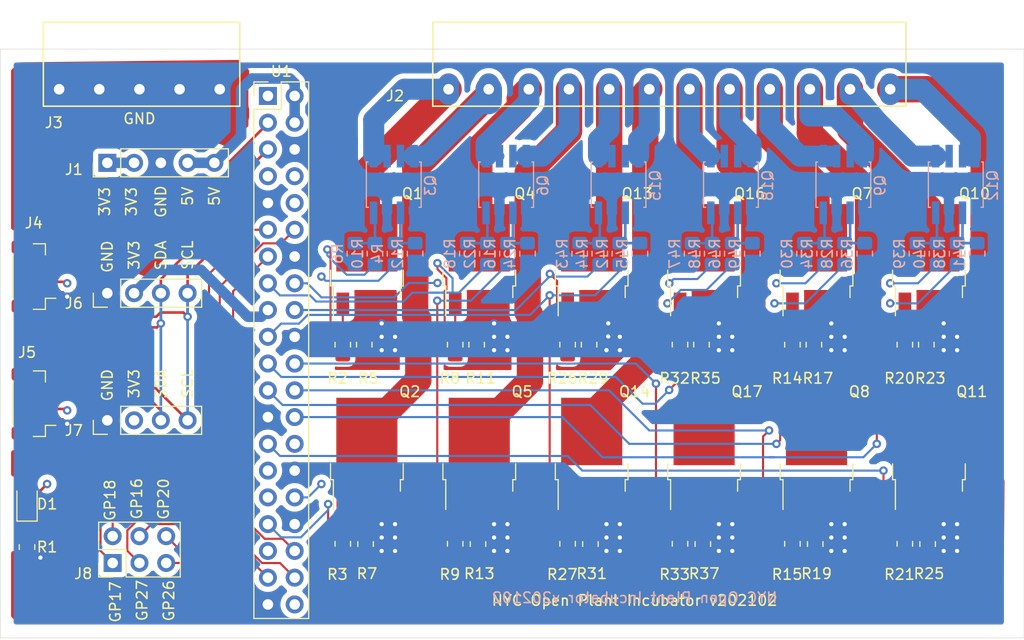
<source format=kicad_pcb>
(kicad_pcb (version 20171130) (host pcbnew 5.1.9+dfsg1-1)
  (layers (0 F.Cu signal) (1 In1.Cu signal) (2 In2.Cu signal) (31 B.Cu signal) (34 B.Paste user) (35 F.Paste user) (36 B.SilkS user) (37 F.SilkS user) (38 B.Mask user) (39 F.Mask user) (44 Edge.Cuts user))
  (net 0 "")
  (net 1 VCC3V3)
  (net 2 GPIO2_I2C1_SDA)
  (net 3 GPIO2_I2C1_SCL)
  (net 4 GND)
  (net 5 "Net-(Q1-Pad1)")
  (net 6 "Net-(Q2-Pad1)")
  (net 7 "Net-(Q4-Pad1)")
  (net 8 VCC5V)
  (net 9 /OUT1)
  (net 10 /OUT2)
  (net 11 /OUT3)
  (net 12 /OUT4)
  (net 13 "Net-(Q5-Pad1)")
  (net 14 /OUT9)
  (net 15 "Net-(Q7-Pad1)")
  (net 16 /OUT10)
  (net 17 "Net-(Q8-Pad1)")
  (net 18 /OUT11)
  (net 19 "Net-(Q10-Pad1)")
  (net 20 /OUT12)
  (net 21 "Net-(Q11-Pad1)")
  (net 22 /OUT5)
  (net 23 "Net-(Q13-Pad1)")
  (net 24 /OUT6)
  (net 25 "Net-(Q14-Pad1)")
  (net 26 /OUT7)
  (net 27 "Net-(Q16-Pad1)")
  (net 28 /OUT8)
  (net 29 "Net-(Q17-Pad1)")
  (net 30 /IN2)
  (net 31 /IN1)
  (net 32 /IN4)
  (net 33 /IN3)
  (net 34 "Net-(D1-Pad1)")
  (net 35 /IN9)
  (net 36 /IN10)
  (net 37 /IN12)
  (net 38 /IN11)
  (net 39 /IN8)
  (net 40 /IN7)
  (net 41 /IN6)
  (net 42 /IN5)
  (net 43 "Net-(Q3-Pad4)")
  (net 44 "Net-(Q3-Pad2)")
  (net 45 "Net-(Q6-Pad4)")
  (net 46 "Net-(Q6-Pad2)")
  (net 47 "Net-(Q9-Pad4)")
  (net 48 "Net-(Q9-Pad2)")
  (net 49 "Net-(Q12-Pad4)")
  (net 50 "Net-(Q12-Pad2)")
  (net 51 "Net-(Q15-Pad4)")
  (net 52 "Net-(Q15-Pad2)")
  (net 53 "Net-(Q18-Pad4)")
  (net 54 "Net-(Q18-Pad2)")
  (net 55 ADL6)
  (net 56 ADL5)
  (net 57 ADL4)
  (net 58 ADL3)
  (net 59 ADL2)
  (net 60 ADL1)
  (module Connector_PinHeader_2.54mm:PinHeader_2x03_P2.54mm_Vertical (layer F.Cu) (at 15.748 121.158 90)
    (fp_text reference J8 (at -1.016 -2.794 180) (layer F.SilkS))
    (fp_text value Conn_02x03_Odd_Even)
    (pad 6 thru_hole oval (at 2.54 5.08 90) (size 1.7 1.7) (drill 1) (layers *.Cu *.Mask) (net 55 ADL6))
    (pad 5 thru_hole oval (at 0 5.08 90) (size 1.7 1.7) (drill 1) (layers *.Cu *.Mask) (net 56 ADL5))
    (pad 4 thru_hole oval (at 2.54 2.54 90) (size 1.7 1.7) (drill 1) (layers *.Cu *.Mask) (net 57 ADL4))
    (pad 3 thru_hole oval (at 0 2.54 90) (size 1.7 1.7) (drill 1) (layers *.Cu *.Mask) (net 58 ADL3))
    (pad 2 thru_hole oval (at 2.54 0 90) (size 1.7 1.7) (drill 1) (layers *.Cu *.Mask) (net 59 ADL2))
    (pad 1 thru_hole rect (at 0 0 90) (size 1.7 1.7) (drill 1) (layers *.Cu *.Mask) (net 60 ADL1))
  )
  (module v202102_OpenPlant:LFPAK56D (layer B.Cu) (at 42.42 85.09 90)
    (fp_text reference Q3 (at -0.245 3.48 270) (layer B.SilkS) (effects (justify mirror)))
    (fp_text value Dual_NMOSFET_BUK9K22_80E_Swapped)
    (pad 5 smd rect (at 2.54 -1.9 180) (size 0.7 2.15) (layers B.Cu B.Paste B.Mask) (net 9 /OUT1))
    (pad 6 smd rect (at 2.54 -0.63 180) (size 0.7 2.15) (layers B.Cu B.Paste B.Mask) (net 9 /OUT1))
    (pad 7 smd rect (at 2.54 0.64 180) (size 0.7 2.15) (layers B.Cu B.Paste B.Mask) (net 10 /OUT2))
    (pad 8 smd rect (at 2.54 1.91 180) (size 0.7 2.15) (layers B.Cu B.Paste B.Mask) (net 10 /OUT2))
    (pad 4 smd rect (at -2.835 -1.91 180) (size 0.7 2.15) (layers B.Cu B.Paste B.Mask) (net 43 "Net-(Q3-Pad4)"))
    (pad 3 smd rect (at -2.835 -0.64 180) (size 0.7 2.15) (layers B.Cu B.Paste B.Mask) (net 4 GND))
    (pad 1 smd rect (at -2.835 1.91 180) (size 0.7 2.15) (layers B.Cu B.Paste B.Mask) (net 4 GND))
    (pad 2 smd rect (at -2.835 0.64 180) (size 0.7 2.15) (layers B.Cu B.Paste B.Mask) (net 44 "Net-(Q3-Pad2)"))
  )
  (module Package_TO_SOT_SMD:TO-252-2 (layer F.Cu) (at 39.87138 92.40012 90)
    (fp_text reference Q1 (at 6.29412 4.32462 180) (layer F.SilkS))
    (fp_text value Q_NMOS_GDS)
    (pad 2 smd rect (at 2.1 0 90) (size 6.4 5.8) (layers F.Cu F.Mask) (net 9 /OUT1))
    (pad 3 smd rect (at -4.2 2.28 90) (size 2.2 1.2) (layers F.Cu F.Paste F.Mask) (net 4 GND))
    (pad 1 smd rect (at -4.2 -2.28 90) (size 2.2 1.2) (layers F.Cu F.Paste F.Mask) (net 5 "Net-(Q1-Pad1)"))
  )
  (module Resistor_SMD:R_0805_2012Metric_Pad1.20x1.40mm_HandSolder (layer B.Cu) (at 76.454 91.805 270)
    (fp_text reference R49 (at 0 1.65 270) (layer B.SilkS) (effects (justify mirror)))
    (fp_text value R_Small)
    (pad 2 smd roundrect (at 1 0 270) (size 1.2 1.4) (layers B.Cu B.Paste B.Mask) (roundrect_rratio 0.2083325) (net 4 GND))
    (pad 1 smd roundrect (at -1 0 270) (size 1.2 1.4) (layers B.Cu B.Paste B.Mask) (roundrect_rratio 0.2083325) (net 54 "Net-(Q18-Pad2)"))
  )
  (module Resistor_SMD:R_0805_2012Metric_Pad1.20x1.40mm_HandSolder (layer B.Cu) (at 72.644 91.805 270)
    (fp_text reference R48 (at 0 1.65 90) (layer B.SilkS) (effects (justify mirror)))
    (fp_text value R_Small)
    (pad 2 smd roundrect (at 1 0 270) (size 1.2 1.4) (layers B.Cu B.Paste B.Mask) (roundrect_rratio 0.2083325) (net 40 /IN7))
    (pad 1 smd roundrect (at -1 0 270) (size 1.2 1.4) (layers B.Cu B.Paste B.Mask) (roundrect_rratio 0.2083325) (net 53 "Net-(Q18-Pad4)"))
  )
  (module Resistor_SMD:R_0805_2012Metric_Pad1.20x1.40mm_HandSolder (layer B.Cu) (at 70.739 91.805 270)
    (fp_text reference R47 (at 0 1.65 90) (layer B.SilkS) (effects (justify mirror)))
    (fp_text value R_Small)
    (pad 2 smd roundrect (at 1 0 270) (size 1.2 1.4) (layers B.Cu B.Paste B.Mask) (roundrect_rratio 0.2083325) (net 4 GND))
    (pad 1 smd roundrect (at -1 0 270) (size 1.2 1.4) (layers B.Cu B.Paste B.Mask) (roundrect_rratio 0.2083325) (net 53 "Net-(Q18-Pad4)"))
  )
  (module Resistor_SMD:R_0805_2012Metric_Pad1.20x1.40mm_HandSolder (layer B.Cu) (at 74.549 91.805 270)
    (fp_text reference R46 (at 0 1.65 90) (layer B.SilkS) (effects (justify mirror)))
    (fp_text value R_Small)
    (pad 2 smd roundrect (at 1 0 270) (size 1.2 1.4) (layers B.Cu B.Paste B.Mask) (roundrect_rratio 0.2083325) (net 39 /IN8))
    (pad 1 smd roundrect (at -1 0 270) (size 1.2 1.4) (layers B.Cu B.Paste B.Mask) (roundrect_rratio 0.2083325) (net 54 "Net-(Q18-Pad2)"))
  )
  (module Resistor_SMD:R_0805_2012Metric_Pad1.20x1.40mm_HandSolder (layer B.Cu) (at 65.786 91.805 270)
    (fp_text reference R45 (at 0 1.65 270) (layer B.SilkS) (effects (justify mirror)))
    (fp_text value R_Small)
    (pad 2 smd roundrect (at 1 0 270) (size 1.2 1.4) (layers B.Cu B.Paste B.Mask) (roundrect_rratio 0.2083325) (net 4 GND))
    (pad 1 smd roundrect (at -1 0 270) (size 1.2 1.4) (layers B.Cu B.Paste B.Mask) (roundrect_rratio 0.2083325) (net 52 "Net-(Q15-Pad2)"))
  )
  (module Resistor_SMD:R_0805_2012Metric_Pad1.20x1.40mm_HandSolder (layer B.Cu) (at 61.976 91.805 270)
    (fp_text reference R44 (at 0 1.65 90) (layer B.SilkS) (effects (justify mirror)))
    (fp_text value R_Small)
    (pad 2 smd roundrect (at 1 0 270) (size 1.2 1.4) (layers B.Cu B.Paste B.Mask) (roundrect_rratio 0.2083325) (net 42 /IN5))
    (pad 1 smd roundrect (at -1 0 270) (size 1.2 1.4) (layers B.Cu B.Paste B.Mask) (roundrect_rratio 0.2083325) (net 51 "Net-(Q15-Pad4)"))
  )
  (module Resistor_SMD:R_0805_2012Metric_Pad1.20x1.40mm_HandSolder (layer B.Cu) (at 60.071 91.805 270)
    (fp_text reference R43 (at 0 1.65 90) (layer B.SilkS) (effects (justify mirror)))
    (fp_text value R_Small)
    (pad 2 smd roundrect (at 1 0 270) (size 1.2 1.4) (layers B.Cu B.Paste B.Mask) (roundrect_rratio 0.2083325) (net 4 GND))
    (pad 1 smd roundrect (at -1 0 270) (size 1.2 1.4) (layers B.Cu B.Paste B.Mask) (roundrect_rratio 0.2083325) (net 51 "Net-(Q15-Pad4)"))
  )
  (module Resistor_SMD:R_0805_2012Metric_Pad1.20x1.40mm_HandSolder (layer B.Cu) (at 63.881 91.805 270)
    (fp_text reference R42 (at 0 1.65 90) (layer B.SilkS) (effects (justify mirror)))
    (fp_text value R_Small)
    (pad 2 smd roundrect (at 1 0 270) (size 1.2 1.4) (layers B.Cu B.Paste B.Mask) (roundrect_rratio 0.2083325) (net 41 /IN6))
    (pad 1 smd roundrect (at -1 0 270) (size 1.2 1.4) (layers B.Cu B.Paste B.Mask) (roundrect_rratio 0.2083325) (net 52 "Net-(Q15-Pad2)"))
  )
  (module Resistor_SMD:R_0805_2012Metric_Pad1.20x1.40mm_HandSolder (layer B.Cu) (at 97.79 91.805 270)
    (fp_text reference R41 (at 0 1.65 270) (layer B.SilkS) (effects (justify mirror)))
    (fp_text value R_Small)
    (pad 2 smd roundrect (at 1 0 270) (size 1.2 1.4) (layers B.Cu B.Paste B.Mask) (roundrect_rratio 0.2083325) (net 4 GND))
    (pad 1 smd roundrect (at -1 0 270) (size 1.2 1.4) (layers B.Cu B.Paste B.Mask) (roundrect_rratio 0.2083325) (net 50 "Net-(Q12-Pad2)"))
  )
  (module Resistor_SMD:R_0805_2012Metric_Pad1.20x1.40mm_HandSolder (layer B.Cu) (at 93.98 91.805 270)
    (fp_text reference R40 (at 0 1.65 90) (layer B.SilkS) (effects (justify mirror)))
    (fp_text value R_Small)
    (pad 2 smd roundrect (at 1 0 270) (size 1.2 1.4) (layers B.Cu B.Paste B.Mask) (roundrect_rratio 0.2083325) (net 38 /IN11))
    (pad 1 smd roundrect (at -1 0 270) (size 1.2 1.4) (layers B.Cu B.Paste B.Mask) (roundrect_rratio 0.2083325) (net 49 "Net-(Q12-Pad4)"))
  )
  (module Resistor_SMD:R_0805_2012Metric_Pad1.20x1.40mm_HandSolder (layer B.Cu) (at 92.075 91.805 270)
    (fp_text reference R39 (at 0 1.65 90) (layer B.SilkS) (effects (justify mirror)))
    (fp_text value R_Small)
    (pad 2 smd roundrect (at 1 0 270) (size 1.2 1.4) (layers B.Cu B.Paste B.Mask) (roundrect_rratio 0.2083325) (net 4 GND))
    (pad 1 smd roundrect (at -1 0 270) (size 1.2 1.4) (layers B.Cu B.Paste B.Mask) (roundrect_rratio 0.2083325) (net 49 "Net-(Q12-Pad4)"))
  )
  (module Resistor_SMD:R_0805_2012Metric_Pad1.20x1.40mm_HandSolder (layer B.Cu) (at 95.885 91.805 270)
    (fp_text reference R38 (at 0 1.65 90) (layer B.SilkS) (effects (justify mirror)))
    (fp_text value R_Small)
    (pad 2 smd roundrect (at 1 0 270) (size 1.2 1.4) (layers B.Cu B.Paste B.Mask) (roundrect_rratio 0.2083325) (net 37 /IN12))
    (pad 1 smd roundrect (at -1 0 270) (size 1.2 1.4) (layers B.Cu B.Paste B.Mask) (roundrect_rratio 0.2083325) (net 50 "Net-(Q12-Pad2)"))
  )
  (module Resistor_SMD:R_0805_2012Metric_Pad1.20x1.40mm_HandSolder (layer B.Cu) (at 87.122 91.805 270)
    (fp_text reference R36 (at 0 1.65 270) (layer B.SilkS) (effects (justify mirror)))
    (fp_text value R_Small)
    (pad 2 smd roundrect (at 1 0 270) (size 1.2 1.4) (layers B.Cu B.Paste B.Mask) (roundrect_rratio 0.2083325) (net 4 GND))
    (pad 1 smd roundrect (at -1 0 270) (size 1.2 1.4) (layers B.Cu B.Paste B.Mask) (roundrect_rratio 0.2083325) (net 48 "Net-(Q9-Pad2)"))
  )
  (module Resistor_SMD:R_0805_2012Metric_Pad1.20x1.40mm_HandSolder (layer B.Cu) (at 83.312 91.805 270)
    (fp_text reference R34 (at 0 1.65 90) (layer B.SilkS) (effects (justify mirror)))
    (fp_text value R_Small)
    (pad 2 smd roundrect (at 1 0 270) (size 1.2 1.4) (layers B.Cu B.Paste B.Mask) (roundrect_rratio 0.2083325) (net 35 /IN9))
    (pad 1 smd roundrect (at -1 0 270) (size 1.2 1.4) (layers B.Cu B.Paste B.Mask) (roundrect_rratio 0.2083325) (net 47 "Net-(Q9-Pad4)"))
  )
  (module Resistor_SMD:R_0805_2012Metric_Pad1.20x1.40mm_HandSolder (layer B.Cu) (at 81.407 91.805 270)
    (fp_text reference R30 (at 0 1.65 90) (layer B.SilkS) (effects (justify mirror)))
    (fp_text value R_Small)
    (pad 2 smd roundrect (at 1 0 270) (size 1.2 1.4) (layers B.Cu B.Paste B.Mask) (roundrect_rratio 0.2083325) (net 4 GND))
    (pad 1 smd roundrect (at -1 0 270) (size 1.2 1.4) (layers B.Cu B.Paste B.Mask) (roundrect_rratio 0.2083325) (net 47 "Net-(Q9-Pad4)"))
  )
  (module Resistor_SMD:R_0805_2012Metric_Pad1.20x1.40mm_HandSolder (layer B.Cu) (at 85.217 91.805 270)
    (fp_text reference R28 (at 0 1.65 90) (layer B.SilkS) (effects (justify mirror)))
    (fp_text value R_Small)
    (pad 2 smd roundrect (at 1 0 270) (size 1.2 1.4) (layers B.Cu B.Paste B.Mask) (roundrect_rratio 0.2083325) (net 36 /IN10))
    (pad 1 smd roundrect (at -1 0 270) (size 1.2 1.4) (layers B.Cu B.Paste B.Mask) (roundrect_rratio 0.2083325) (net 48 "Net-(Q9-Pad2)"))
  )
  (module Resistor_SMD:R_0805_2012Metric_Pad1.20x1.40mm_HandSolder (layer B.Cu) (at 55.118 91.805 270)
    (fp_text reference R24 (at 0 1.65 270) (layer B.SilkS) (effects (justify mirror)))
    (fp_text value R_Small)
    (pad 2 smd roundrect (at 1 0 270) (size 1.2 1.4) (layers B.Cu B.Paste B.Mask) (roundrect_rratio 0.2083325) (net 4 GND))
    (pad 1 smd roundrect (at -1 0 270) (size 1.2 1.4) (layers B.Cu B.Paste B.Mask) (roundrect_rratio 0.2083325) (net 46 "Net-(Q6-Pad2)"))
  )
  (module Resistor_SMD:R_0805_2012Metric_Pad1.20x1.40mm_HandSolder (layer B.Cu) (at 51.308 91.805 270)
    (fp_text reference R22 (at 0 1.65 90) (layer B.SilkS) (effects (justify mirror)))
    (fp_text value R_Small)
    (pad 2 smd roundrect (at 1 0 270) (size 1.2 1.4) (layers B.Cu B.Paste B.Mask) (roundrect_rratio 0.2083325) (net 33 /IN3))
    (pad 1 smd roundrect (at -1 0 270) (size 1.2 1.4) (layers B.Cu B.Paste B.Mask) (roundrect_rratio 0.2083325) (net 45 "Net-(Q6-Pad4)"))
  )
  (module Resistor_SMD:R_0805_2012Metric_Pad1.20x1.40mm_HandSolder (layer B.Cu) (at 49.403 91.805 270)
    (fp_text reference R18 (at 0 1.65 90) (layer B.SilkS) (effects (justify mirror)))
    (fp_text value R_Small)
    (pad 2 smd roundrect (at 1 0 270) (size 1.2 1.4) (layers B.Cu B.Paste B.Mask) (roundrect_rratio 0.2083325) (net 4 GND))
    (pad 1 smd roundrect (at -1 0 270) (size 1.2 1.4) (layers B.Cu B.Paste B.Mask) (roundrect_rratio 0.2083325) (net 45 "Net-(Q6-Pad4)"))
  )
  (module Resistor_SMD:R_0805_2012Metric_Pad1.20x1.40mm_HandSolder (layer B.Cu) (at 53.213 91.805 270)
    (fp_text reference R16 (at 0 1.65 90) (layer B.SilkS) (effects (justify mirror)))
    (fp_text value R_Small)
    (pad 2 smd roundrect (at 1 0 270) (size 1.2 1.4) (layers B.Cu B.Paste B.Mask) (roundrect_rratio 0.2083325) (net 32 /IN4))
    (pad 1 smd roundrect (at -1 0 270) (size 1.2 1.4) (layers B.Cu B.Paste B.Mask) (roundrect_rratio 0.2083325) (net 46 "Net-(Q6-Pad2)"))
  )
  (module Resistor_SMD:R_0805_2012Metric_Pad1.20x1.40mm_HandSolder (layer B.Cu) (at 44.45 91.805 270)
    (fp_text reference R12 (at 0 1.65 270) (layer B.SilkS) (effects (justify mirror)))
    (fp_text value R_Small)
    (pad 2 smd roundrect (at 1 0 270) (size 1.2 1.4) (layers B.Cu B.Paste B.Mask) (roundrect_rratio 0.2083325) (net 4 GND))
    (pad 1 smd roundrect (at -1 0 270) (size 1.2 1.4) (layers B.Cu B.Paste B.Mask) (roundrect_rratio 0.2083325) (net 44 "Net-(Q3-Pad2)"))
  )
  (module Resistor_SMD:R_0805_2012Metric_Pad1.20x1.40mm_HandSolder (layer B.Cu) (at 40.64 91.805 270)
    (fp_text reference R10 (at 0 1.65 90) (layer B.SilkS) (effects (justify mirror)))
    (fp_text value R_Small)
    (pad 2 smd roundrect (at 1 0 270) (size 1.2 1.4) (layers B.Cu B.Paste B.Mask) (roundrect_rratio 0.2083325) (net 31 /IN1))
    (pad 1 smd roundrect (at -1 0 270) (size 1.2 1.4) (layers B.Cu B.Paste B.Mask) (roundrect_rratio 0.2083325) (net 43 "Net-(Q3-Pad4)"))
  )
  (module Resistor_SMD:R_0805_2012Metric_Pad1.20x1.40mm_HandSolder (layer B.Cu) (at 38.735 91.805 270)
    (fp_text reference R6 (at 0 1.65 90) (layer B.SilkS) (effects (justify mirror)))
    (fp_text value R_Small)
    (pad 2 smd roundrect (at 1 0 270) (size 1.2 1.4) (layers B.Cu B.Paste B.Mask) (roundrect_rratio 0.2083325) (net 4 GND))
    (pad 1 smd roundrect (at -1 0 270) (size 1.2 1.4) (layers B.Cu B.Paste B.Mask) (roundrect_rratio 0.2083325) (net 43 "Net-(Q3-Pad4)"))
  )
  (module Resistor_SMD:R_0805_2012Metric_Pad1.20x1.40mm_HandSolder (layer B.Cu) (at 42.545 91.805 270)
    (fp_text reference R4 (at 0 1.65 90) (layer B.SilkS) (effects (justify mirror)))
    (fp_text value R_Small)
    (pad 2 smd roundrect (at 1 0 270) (size 1.2 1.4) (layers B.Cu B.Paste B.Mask) (roundrect_rratio 0.2083325) (net 30 /IN2))
    (pad 1 smd roundrect (at -1 0 270) (size 1.2 1.4) (layers B.Cu B.Paste B.Mask) (roundrect_rratio 0.2083325) (net 44 "Net-(Q3-Pad2)"))
  )
  (module Connector_PinHeader_2.54mm:PinHeader_1x04_P2.54mm_Vertical (layer F.Cu) (at 15.24 107.619999 90)
    (fp_text reference J7 (at -0.965001 -3.175 180) (layer F.SilkS))
    (fp_text value Conn_01x04)
    (pad 4 thru_hole oval (at 0 7.62 90) (size 1.7 1.7) (drill 1) (layers *.Cu *.Mask) (net 3 GPIO2_I2C1_SCL))
    (pad 3 thru_hole oval (at 0 5.08 90) (size 1.7 1.7) (drill 1) (layers *.Cu *.Mask) (net 2 GPIO2_I2C1_SDA))
    (pad 2 thru_hole oval (at 0 2.54 90) (size 1.7 1.7) (drill 1) (layers *.Cu *.Mask) (net 1 VCC3V3))
    (pad 1 thru_hole rect (at 0 0 90) (size 1.7 1.7) (drill 1) (layers *.Cu *.Mask) (net 4 GND))
  )
  (module Connector_PinHeader_2.54mm:PinHeader_1x04_P2.54mm_Vertical (layer F.Cu) (at 15.24 95.554999 90)
    (fp_text reference J6 (at -0.965001 -3.175 180) (layer F.SilkS))
    (fp_text value Conn_01x04)
    (pad 4 thru_hole oval (at 0 7.62 90) (size 1.7 1.7) (drill 1) (layers *.Cu *.Mask) (net 3 GPIO2_I2C1_SCL))
    (pad 3 thru_hole oval (at 0 5.08 90) (size 1.7 1.7) (drill 1) (layers *.Cu *.Mask) (net 2 GPIO2_I2C1_SDA))
    (pad 2 thru_hole oval (at 0 2.54 90) (size 1.7 1.7) (drill 1) (layers *.Cu *.Mask) (net 1 VCC3V3))
    (pad 1 thru_hole rect (at 0 0 90) (size 1.7 1.7) (drill 1) (layers *.Cu *.Mask) (net 4 GND))
  )
  (module Package_TO_SOT_SMD:TO-252-2 (layer F.Cu) (at 50.53938 92.40012 90)
    (fp_text reference Q4 (at 6.29412 4.32462 180) (layer F.SilkS))
    (fp_text value Q_NMOS_GDS)
    (pad 2 smd rect (at 2.1 0 90) (size 6.4 5.8) (layers F.Cu F.Mask) (net 11 /OUT3))
    (pad 3 smd rect (at -4.2 2.28 90) (size 2.2 1.2) (layers F.Cu F.Paste F.Mask) (net 4 GND))
    (pad 1 smd rect (at -4.2 -2.28 90) (size 2.2 1.2) (layers F.Cu F.Paste F.Mask) (net 7 "Net-(Q4-Pad1)"))
  )
  (module Resistor_SMD:R_0805_2012Metric_Pad1.20x1.40mm_HandSolder (layer F.Cu) (at 71.755 119.364 270)
    (fp_text reference R37 (at 2.81 -0.127 180) (layer F.SilkS))
    (fp_text value R_Small)
    (pad 2 smd roundrect (at 1 0 270) (size 1.2 1.4) (layers F.Cu F.Paste F.Mask) (roundrect_rratio 0.2083325) (net 4 GND))
    (pad 1 smd roundrect (at -1 0 270) (size 1.2 1.4) (layers F.Cu F.Paste F.Mask) (roundrect_rratio 0.2083325) (net 29 "Net-(Q17-Pad1)"))
  )
  (module Resistor_SMD:R_0805_2012Metric_Pad1.20x1.40mm_HandSolder (layer F.Cu) (at 71.628 100.441 270)
    (fp_text reference R35 (at 3.191 -0.381 180) (layer F.SilkS))
    (fp_text value R_Small)
    (pad 2 smd roundrect (at 1 0 270) (size 1.2 1.4) (layers F.Cu F.Paste F.Mask) (roundrect_rratio 0.2083325) (net 4 GND))
    (pad 1 smd roundrect (at -1 0 270) (size 1.2 1.4) (layers F.Cu F.Paste F.Mask) (roundrect_rratio 0.2083325) (net 27 "Net-(Q16-Pad1)"))
  )
  (module Resistor_SMD:R_0805_2012Metric_Pad1.20x1.40mm_HandSolder (layer F.Cu) (at 69.59038 119.34012 270)
    (fp_text reference R33 (at 2.905 0.51 180) (layer F.SilkS))
    (fp_text value R_Small)
    (pad 2 smd roundrect (at 1 0 270) (size 1.2 1.4) (layers F.Cu F.Paste F.Mask) (roundrect_rratio 0.2083325) (net 39 /IN8))
    (pad 1 smd roundrect (at -1 0 270) (size 1.2 1.4) (layers F.Cu F.Paste F.Mask) (roundrect_rratio 0.2083325) (net 29 "Net-(Q17-Pad1)"))
  )
  (module Resistor_SMD:R_0805_2012Metric_Pad1.20x1.40mm_HandSolder (layer F.Cu) (at 69.59038 100.441 270)
    (fp_text reference R32 (at 3.191 0.50238 180) (layer F.SilkS))
    (fp_text value R_Small)
    (pad 2 smd roundrect (at 1 0 270) (size 1.2 1.4) (layers F.Cu F.Paste F.Mask) (roundrect_rratio 0.2083325) (net 40 /IN7))
    (pad 1 smd roundrect (at -1 0 270) (size 1.2 1.4) (layers F.Cu F.Paste F.Mask) (roundrect_rratio 0.2083325) (net 27 "Net-(Q16-Pad1)"))
  )
  (module Resistor_SMD:R_0805_2012Metric_Pad1.20x1.40mm_HandSolder (layer F.Cu) (at 61.087 119.364 270)
    (fp_text reference R31 (at 2.81 -0.127 180) (layer F.SilkS))
    (fp_text value R_Small)
    (pad 2 smd roundrect (at 1 0 270) (size 1.2 1.4) (layers F.Cu F.Paste F.Mask) (roundrect_rratio 0.2083325) (net 4 GND))
    (pad 1 smd roundrect (at -1 0 270) (size 1.2 1.4) (layers F.Cu F.Paste F.Mask) (roundrect_rratio 0.2083325) (net 25 "Net-(Q14-Pad1)"))
  )
  (module Resistor_SMD:R_0805_2012Metric_Pad1.20x1.40mm_HandSolder (layer F.Cu) (at 60.96 100.441 270)
    (fp_text reference R29 (at 3.191 -0.381 180) (layer F.SilkS))
    (fp_text value R_Small)
    (pad 2 smd roundrect (at 1 0 270) (size 1.2 1.4) (layers F.Cu F.Paste F.Mask) (roundrect_rratio 0.2083325) (net 4 GND))
    (pad 1 smd roundrect (at -1 0 270) (size 1.2 1.4) (layers F.Cu F.Paste F.Mask) (roundrect_rratio 0.2083325) (net 23 "Net-(Q13-Pad1)"))
  )
  (module Resistor_SMD:R_0805_2012Metric_Pad1.20x1.40mm_HandSolder (layer F.Cu) (at 58.92238 119.34012 270)
    (fp_text reference R27 (at 2.905 0.51 180) (layer F.SilkS))
    (fp_text value R_Small)
    (pad 2 smd roundrect (at 1 0 270) (size 1.2 1.4) (layers F.Cu F.Paste F.Mask) (roundrect_rratio 0.2083325) (net 41 /IN6))
    (pad 1 smd roundrect (at -1 0 270) (size 1.2 1.4) (layers F.Cu F.Paste F.Mask) (roundrect_rratio 0.2083325) (net 25 "Net-(Q14-Pad1)"))
  )
  (module Resistor_SMD:R_0805_2012Metric_Pad1.20x1.40mm_HandSolder (layer F.Cu) (at 58.92238 100.441 270)
    (fp_text reference R26 (at 3.191 0.50238 180) (layer F.SilkS))
    (fp_text value R_Small)
    (pad 2 smd roundrect (at 1 0 270) (size 1.2 1.4) (layers F.Cu F.Paste F.Mask) (roundrect_rratio 0.2083325) (net 42 /IN5))
    (pad 1 smd roundrect (at -1 0 270) (size 1.2 1.4) (layers F.Cu F.Paste F.Mask) (roundrect_rratio 0.2083325) (net 23 "Net-(Q13-Pad1)"))
  )
  (module Resistor_SMD:R_0805_2012Metric_Pad1.20x1.40mm_HandSolder (layer F.Cu) (at 93.091 119.364 270)
    (fp_text reference R25 (at 2.81 -0.127 180) (layer F.SilkS))
    (fp_text value R_Small)
    (pad 2 smd roundrect (at 1 0 270) (size 1.2 1.4) (layers F.Cu F.Paste F.Mask) (roundrect_rratio 0.2083325) (net 4 GND))
    (pad 1 smd roundrect (at -1 0 270) (size 1.2 1.4) (layers F.Cu F.Paste F.Mask) (roundrect_rratio 0.2083325) (net 21 "Net-(Q11-Pad1)"))
  )
  (module Resistor_SMD:R_0805_2012Metric_Pad1.20x1.40mm_HandSolder (layer F.Cu) (at 92.964 100.441 270)
    (fp_text reference R23 (at 3.191 -0.381 180) (layer F.SilkS))
    (fp_text value R_Small)
    (pad 2 smd roundrect (at 1 0 270) (size 1.2 1.4) (layers F.Cu F.Paste F.Mask) (roundrect_rratio 0.2083325) (net 4 GND))
    (pad 1 smd roundrect (at -1 0 270) (size 1.2 1.4) (layers F.Cu F.Paste F.Mask) (roundrect_rratio 0.2083325) (net 19 "Net-(Q10-Pad1)"))
  )
  (module Resistor_SMD:R_0805_2012Metric_Pad1.20x1.40mm_HandSolder (layer F.Cu) (at 90.92638 119.34012 270)
    (fp_text reference R21 (at 2.905 0.51 180) (layer F.SilkS))
    (fp_text value R_Small)
    (pad 2 smd roundrect (at 1 0 270) (size 1.2 1.4) (layers F.Cu F.Paste F.Mask) (roundrect_rratio 0.2083325) (net 37 /IN12))
    (pad 1 smd roundrect (at -1 0 270) (size 1.2 1.4) (layers F.Cu F.Paste F.Mask) (roundrect_rratio 0.2083325) (net 21 "Net-(Q11-Pad1)"))
  )
  (module Resistor_SMD:R_0805_2012Metric_Pad1.20x1.40mm_HandSolder (layer F.Cu) (at 90.92638 100.441 270)
    (fp_text reference R20 (at 3.191 0.50238 180) (layer F.SilkS))
    (fp_text value R_Small)
    (pad 2 smd roundrect (at 1 0 270) (size 1.2 1.4) (layers F.Cu F.Paste F.Mask) (roundrect_rratio 0.2083325) (net 38 /IN11))
    (pad 1 smd roundrect (at -1 0 270) (size 1.2 1.4) (layers F.Cu F.Paste F.Mask) (roundrect_rratio 0.2083325) (net 19 "Net-(Q10-Pad1)"))
  )
  (module Resistor_SMD:R_0805_2012Metric_Pad1.20x1.40mm_HandSolder (layer F.Cu) (at 82.423 119.364 270)
    (fp_text reference R19 (at 2.81 -0.127 180) (layer F.SilkS))
    (fp_text value R_Small)
    (pad 2 smd roundrect (at 1 0 270) (size 1.2 1.4) (layers F.Cu F.Paste F.Mask) (roundrect_rratio 0.2083325) (net 4 GND))
    (pad 1 smd roundrect (at -1 0 270) (size 1.2 1.4) (layers F.Cu F.Paste F.Mask) (roundrect_rratio 0.2083325) (net 17 "Net-(Q8-Pad1)"))
  )
  (module Resistor_SMD:R_0805_2012Metric_Pad1.20x1.40mm_HandSolder (layer F.Cu) (at 82.296 100.441 270)
    (fp_text reference R17 (at 3.191 -0.381 180) (layer F.SilkS))
    (fp_text value R_Small)
    (pad 2 smd roundrect (at 1 0 270) (size 1.2 1.4) (layers F.Cu F.Paste F.Mask) (roundrect_rratio 0.2083325) (net 4 GND))
    (pad 1 smd roundrect (at -1 0 270) (size 1.2 1.4) (layers F.Cu F.Paste F.Mask) (roundrect_rratio 0.2083325) (net 15 "Net-(Q7-Pad1)"))
  )
  (module Resistor_SMD:R_0805_2012Metric_Pad1.20x1.40mm_HandSolder (layer F.Cu) (at 80.25838 119.34012 270)
    (fp_text reference R15 (at 2.905 0.51 180) (layer F.SilkS))
    (fp_text value R_Small)
    (pad 2 smd roundrect (at 1 0 270) (size 1.2 1.4) (layers F.Cu F.Paste F.Mask) (roundrect_rratio 0.2083325) (net 36 /IN10))
    (pad 1 smd roundrect (at -1 0 270) (size 1.2 1.4) (layers F.Cu F.Paste F.Mask) (roundrect_rratio 0.2083325) (net 17 "Net-(Q8-Pad1)"))
  )
  (module Resistor_SMD:R_0805_2012Metric_Pad1.20x1.40mm_HandSolder (layer F.Cu) (at 80.25838 100.441 270)
    (fp_text reference R14 (at 3.191 0.50238 180) (layer F.SilkS))
    (fp_text value R_Small)
    (pad 2 smd roundrect (at 1 0 270) (size 1.2 1.4) (layers F.Cu F.Paste F.Mask) (roundrect_rratio 0.2083325) (net 35 /IN9))
    (pad 1 smd roundrect (at -1 0 270) (size 1.2 1.4) (layers F.Cu F.Paste F.Mask) (roundrect_rratio 0.2083325) (net 15 "Net-(Q7-Pad1)"))
  )
  (module Resistor_SMD:R_0805_2012Metric_Pad1.20x1.40mm_HandSolder (layer F.Cu) (at 50.419 119.364 270)
    (fp_text reference R13 (at 2.81 -0.127 180) (layer F.SilkS))
    (fp_text value R_Small)
    (pad 2 smd roundrect (at 1 0 270) (size 1.2 1.4) (layers F.Cu F.Paste F.Mask) (roundrect_rratio 0.2083325) (net 4 GND))
    (pad 1 smd roundrect (at -1 0 270) (size 1.2 1.4) (layers F.Cu F.Paste F.Mask) (roundrect_rratio 0.2083325) (net 13 "Net-(Q5-Pad1)"))
  )
  (module Resistor_SMD:R_0805_2012Metric_Pad1.20x1.40mm_HandSolder (layer F.Cu) (at 50.292 100.441 270)
    (fp_text reference R11 (at 3.191 -0.381 180) (layer F.SilkS))
    (fp_text value R_Small)
    (pad 2 smd roundrect (at 1 0 270) (size 1.2 1.4) (layers F.Cu F.Paste F.Mask) (roundrect_rratio 0.2083325) (net 4 GND))
    (pad 1 smd roundrect (at -1 0 270) (size 1.2 1.4) (layers F.Cu F.Paste F.Mask) (roundrect_rratio 0.2083325) (net 7 "Net-(Q4-Pad1)"))
  )
  (module Resistor_SMD:R_0805_2012Metric_Pad1.20x1.40mm_HandSolder (layer F.Cu) (at 48.25438 119.34012 270)
    (fp_text reference R9 (at 2.905 0.51 180) (layer F.SilkS))
    (fp_text value R_Small)
    (pad 2 smd roundrect (at 1 0 270) (size 1.2 1.4) (layers F.Cu F.Paste F.Mask) (roundrect_rratio 0.2083325) (net 32 /IN4))
    (pad 1 smd roundrect (at -1 0 270) (size 1.2 1.4) (layers F.Cu F.Paste F.Mask) (roundrect_rratio 0.2083325) (net 13 "Net-(Q5-Pad1)"))
  )
  (module Resistor_SMD:R_0805_2012Metric_Pad1.20x1.40mm_HandSolder (layer F.Cu) (at 48.25438 100.441 270)
    (fp_text reference R8 (at 3.191 0.50238 180) (layer F.SilkS))
    (fp_text value R_Small)
    (pad 2 smd roundrect (at 1 0 270) (size 1.2 1.4) (layers F.Cu F.Paste F.Mask) (roundrect_rratio 0.2083325) (net 33 /IN3))
    (pad 1 smd roundrect (at -1 0 270) (size 1.2 1.4) (layers F.Cu F.Paste F.Mask) (roundrect_rratio 0.2083325) (net 7 "Net-(Q4-Pad1)"))
  )
  (module Resistor_SMD:R_0805_2012Metric_Pad1.20x1.40mm_HandSolder (layer F.Cu) (at 39.751 119.364 270)
    (fp_text reference R7 (at 2.81 -0.127 180) (layer F.SilkS))
    (fp_text value R_Small)
    (pad 2 smd roundrect (at 1 0 270) (size 1.2 1.4) (layers F.Cu F.Paste F.Mask) (roundrect_rratio 0.2083325) (net 4 GND))
    (pad 1 smd roundrect (at -1 0 270) (size 1.2 1.4) (layers F.Cu F.Paste F.Mask) (roundrect_rratio 0.2083325) (net 6 "Net-(Q2-Pad1)"))
  )
  (module Resistor_SMD:R_0805_2012Metric_Pad1.20x1.40mm_HandSolder (layer F.Cu) (at 39.624 100.441 270)
    (fp_text reference R5 (at 3.191 -0.381 180) (layer F.SilkS))
    (fp_text value R_Small)
    (pad 2 smd roundrect (at 1 0 270) (size 1.2 1.4) (layers F.Cu F.Paste F.Mask) (roundrect_rratio 0.2083325) (net 4 GND))
    (pad 1 smd roundrect (at -1 0 270) (size 1.2 1.4) (layers F.Cu F.Paste F.Mask) (roundrect_rratio 0.2083325) (net 5 "Net-(Q1-Pad1)"))
  )
  (module Resistor_SMD:R_0805_2012Metric_Pad1.20x1.40mm_HandSolder (layer F.Cu) (at 37.58638 119.34012 270)
    (fp_text reference R3 (at 2.905 0.51 180) (layer F.SilkS))
    (fp_text value R_Small)
    (pad 2 smd roundrect (at 1 0 270) (size 1.2 1.4) (layers F.Cu F.Paste F.Mask) (roundrect_rratio 0.2083325) (net 30 /IN2))
    (pad 1 smd roundrect (at -1 0 270) (size 1.2 1.4) (layers F.Cu F.Paste F.Mask) (roundrect_rratio 0.2083325) (net 6 "Net-(Q2-Pad1)"))
  )
  (module Resistor_SMD:R_0805_2012Metric_Pad1.20x1.40mm_HandSolder (layer F.Cu) (at 37.58638 100.441 270)
    (fp_text reference R2 (at 3.191 0.50238 180) (layer F.SilkS))
    (fp_text value R_Small)
    (pad 2 smd roundrect (at 1 0 270) (size 1.2 1.4) (layers F.Cu F.Paste F.Mask) (roundrect_rratio 0.2083325) (net 31 /IN1))
    (pad 1 smd roundrect (at -1 0 270) (size 1.2 1.4) (layers F.Cu F.Paste F.Mask) (roundrect_rratio 0.2083325) (net 5 "Net-(Q1-Pad1)"))
  )
  (module Resistor_SMD:R_0805_2012Metric_Pad1.20x1.40mm_HandSolder (layer F.Cu) (at 7.62 119.65 90)
    (fp_text reference R1 (at 0 1.905 180) (layer F.SilkS))
    (fp_text value R_Small)
    (pad 2 smd roundrect (at 1 0 90) (size 1.2 1.4) (layers F.Cu F.Paste F.Mask) (roundrect_rratio 0.2083325) (net 34 "Net-(D1-Pad1)"))
    (pad 1 smd roundrect (at -1 0 90) (size 1.2 1.4) (layers F.Cu F.Paste F.Mask) (roundrect_rratio 0.2083325) (net 4 GND))
  )
  (module Connector_PinHeader_2.54mm:PinHeader_2x20_P2.54mm_Vertical (layer F.Cu) (at 30.48 76.835)
    (fp_text reference U1 (at 1.27 -2.33) (layer F.SilkS))
    (fp_text value header_pi_zero_w)
    (pad 40 thru_hole oval (at 2.54 48.26) (size 1.7 1.7) (drill 1) (layers *.Cu *.Mask))
    (pad 39 thru_hole oval (at 0 48.26) (size 1.7 1.7) (drill 1) (layers *.Cu *.Mask) (net 4 GND))
    (pad 38 thru_hole oval (at 2.54 45.72) (size 1.7 1.7) (drill 1) (layers *.Cu *.Mask) (net 55 ADL6))
    (pad 37 thru_hole oval (at 0 45.72) (size 1.7 1.7) (drill 1) (layers *.Cu *.Mask) (net 56 ADL5))
    (pad 36 thru_hole oval (at 2.54 43.18) (size 1.7 1.7) (drill 1) (layers *.Cu *.Mask) (net 57 ADL4))
    (pad 35 thru_hole oval (at 0 43.18) (size 1.7 1.7) (drill 1) (layers *.Cu *.Mask))
    (pad 34 thru_hole oval (at 2.54 40.64) (size 1.7 1.7) (drill 1) (layers *.Cu *.Mask) (net 4 GND))
    (pad 33 thru_hole oval (at 0 40.64) (size 1.7 1.7) (drill 1) (layers *.Cu *.Mask) (net 30 /IN2))
    (pad 32 thru_hole oval (at 2.54 38.1) (size 1.7 1.7) (drill 1) (layers *.Cu *.Mask) (net 31 /IN1))
    (pad 31 thru_hole oval (at 0 38.1) (size 1.7 1.7) (drill 1) (layers *.Cu *.Mask))
    (pad 30 thru_hole oval (at 2.54 35.56) (size 1.7 1.7) (drill 1) (layers *.Cu *.Mask) (net 4 GND))
    (pad 29 thru_hole oval (at 0 35.56) (size 1.7 1.7) (drill 1) (layers *.Cu *.Mask))
    (pad 28 thru_hole oval (at 2.54 33.02) (size 1.7 1.7) (drill 1) (layers *.Cu *.Mask))
    (pad 27 thru_hole oval (at 0 33.02) (size 1.7 1.7) (drill 1) (layers *.Cu *.Mask) (net 37 /IN12))
    (pad 26 thru_hole oval (at 2.54 30.48) (size 1.7 1.7) (drill 1) (layers *.Cu *.Mask) (net 38 /IN11))
    (pad 25 thru_hole oval (at 0 30.48) (size 1.7 1.7) (drill 1) (layers *.Cu *.Mask) (net 4 GND))
    (pad 24 thru_hole oval (at 2.54 27.94) (size 1.7 1.7) (drill 1) (layers *.Cu *.Mask) (net 36 /IN10))
    (pad 23 thru_hole oval (at 0 27.94) (size 1.7 1.7) (drill 1) (layers *.Cu *.Mask) (net 35 /IN9))
    (pad 22 thru_hole oval (at 2.54 25.4) (size 1.7 1.7) (drill 1) (layers *.Cu *.Mask) (net 39 /IN8))
    (pad 21 thru_hole oval (at 0 25.4) (size 1.7 1.7) (drill 1) (layers *.Cu *.Mask) (net 40 /IN7))
    (pad 20 thru_hole oval (at 2.54 22.86) (size 1.7 1.7) (drill 1) (layers *.Cu *.Mask) (net 4 GND))
    (pad 19 thru_hole oval (at 0 22.86) (size 1.7 1.7) (drill 1) (layers *.Cu *.Mask) (net 41 /IN6))
    (pad 18 thru_hole oval (at 2.54 20.32) (size 1.7 1.7) (drill 1) (layers *.Cu *.Mask) (net 42 /IN5))
    (pad 17 thru_hole oval (at 0 20.32) (size 1.7 1.7) (drill 1) (layers *.Cu *.Mask) (net 1 VCC3V3))
    (pad 16 thru_hole oval (at 2.54 17.78) (size 1.7 1.7) (drill 1) (layers *.Cu *.Mask) (net 32 /IN4))
    (pad 15 thru_hole oval (at 0 17.78) (size 1.7 1.7) (drill 1) (layers *.Cu *.Mask) (net 33 /IN3))
    (pad 14 thru_hole oval (at 2.54 15.24) (size 1.7 1.7) (drill 1) (layers *.Cu *.Mask) (net 4 GND))
    (pad 13 thru_hole oval (at 0 15.24) (size 1.7 1.7) (drill 1) (layers *.Cu *.Mask) (net 58 ADL3))
    (pad 12 thru_hole oval (at 2.54 12.7) (size 1.7 1.7) (drill 1) (layers *.Cu *.Mask) (net 59 ADL2))
    (pad 11 thru_hole oval (at 0 12.7) (size 1.7 1.7) (drill 1) (layers *.Cu *.Mask) (net 60 ADL1))
    (pad 10 thru_hole oval (at 2.54 10.16) (size 1.7 1.7) (drill 1) (layers *.Cu *.Mask))
    (pad 9 thru_hole oval (at 0 10.16) (size 1.7 1.7) (drill 1) (layers *.Cu *.Mask) (net 4 GND))
    (pad 8 thru_hole oval (at 2.54 7.62) (size 1.7 1.7) (drill 1) (layers *.Cu *.Mask))
    (pad 7 thru_hole oval (at 0 7.62) (size 1.7 1.7) (drill 1) (layers *.Cu *.Mask))
    (pad 6 thru_hole oval (at 2.54 5.08) (size 1.7 1.7) (drill 1) (layers *.Cu *.Mask) (net 4 GND))
    (pad 5 thru_hole oval (at 0 5.08) (size 1.7 1.7) (drill 1) (layers *.Cu *.Mask) (net 3 GPIO2_I2C1_SCL))
    (pad 4 thru_hole oval (at 2.54 2.54) (size 1.7 1.7) (drill 1) (layers *.Cu *.Mask) (net 8 VCC5V))
    (pad 3 thru_hole oval (at 0 2.54) (size 1.7 1.7) (drill 1) (layers *.Cu *.Mask) (net 2 GPIO2_I2C1_SDA))
    (pad 2 thru_hole oval (at 2.54 0) (size 1.7 1.7) (drill 1) (layers *.Cu *.Mask) (net 8 VCC5V))
    (pad 1 thru_hole rect (at 0 0) (size 1.7 1.7) (drill 1) (layers *.Cu *.Mask) (net 1 VCC3V3))
  )
  (module Connector_JST:JST_SH_BM04B-SRSS-TB_1x04-1MP_P1.00mm_Vertical (layer F.Cu) (at 8.255 106.045 90)
    (fp_text reference J5 (at 4.868333 -0.635 180) (layer F.SilkS))
    (fp_text value Conn_01x04)
    (pad MP smd roundrect (at 2.8 -1.2 90) (size 1.2 1.8) (layers F.Cu F.Paste F.Mask) (roundrect_rratio 0.2083325))
    (pad MP smd roundrect (at -2.8 -1.2 90) (size 1.2 1.8) (layers F.Cu F.Paste F.Mask) (roundrect_rratio 0.2083325))
    (pad 4 smd roundrect (at 1.5 1.325 90) (size 0.6 1.55) (layers F.Cu F.Paste F.Mask) (net 3 GPIO2_I2C1_SCL))
    (pad 3 smd roundrect (at 0.5 1.325 90) (size 0.6 1.55) (layers F.Cu F.Paste F.Mask) (net 2 GPIO2_I2C1_SDA))
    (pad 2 smd roundrect (at -0.5 1.325 90) (size 0.6 1.55) (layers F.Cu F.Paste F.Mask) (net 1 VCC3V3))
    (pad 1 smd roundrect (at -1.5 1.325 90) (size 0.6 1.55) (layers F.Cu F.Paste F.Mask) (net 4 GND))
  )
  (module Connector_JST:JST_SH_BM04B-SRSS-TB_1x04-1MP_P1.00mm_Vertical (layer F.Cu) (at 8.255 93.98 90)
    (fp_text reference J4 (at 5.08 0 180) (layer F.SilkS))
    (fp_text value Conn_01x04)
    (pad MP smd roundrect (at 2.8 -1.2 90) (size 1.2 1.8) (layers F.Cu F.Paste F.Mask) (roundrect_rratio 0.2083325))
    (pad MP smd roundrect (at -2.8 -1.2 90) (size 1.2 1.8) (layers F.Cu F.Paste F.Mask) (roundrect_rratio 0.2083325))
    (pad 4 smd roundrect (at 1.5 1.325 90) (size 0.6 1.55) (layers F.Cu F.Paste F.Mask) (net 3 GPIO2_I2C1_SCL))
    (pad 3 smd roundrect (at 0.5 1.325 90) (size 0.6 1.55) (layers F.Cu F.Paste F.Mask) (net 2 GPIO2_I2C1_SDA))
    (pad 2 smd roundrect (at -0.5 1.325 90) (size 0.6 1.55) (layers F.Cu F.Paste F.Mask) (net 1 VCC3V3))
    (pad 1 smd roundrect (at -1.5 1.325 90) (size 0.6 1.55) (layers F.Cu F.Paste F.Mask) (net 4 GND))
  )
  (module v202102_OpenPlant:PWRCON_3M81-5 (layer F.Cu) (at 17.653 76.2)
    (fp_text reference J3 (at -7.493 3.175) (layer F.SilkS))
    (fp_text value Conn_01x05_Female)
    (pad 3 thru_hole oval (at 0.635 0) (size 2 3) (drill 1) (layers *.Cu *.Mask) (net 4 GND))
    (pad 2 thru_hole oval (at -3.175 0) (size 2 3) (drill 1) (layers *.Cu *.Mask) (net 4 GND))
    (pad 1 thru_hole oval (at -6.985 0) (size 2 3) (drill 1) (layers *.Cu *.Mask) (net 4 GND))
    (pad 5 thru_hole oval (at 8.255 0) (size 2 3) (drill 1) (layers *.Cu *.Mask) (net 4 GND))
    (pad 4 thru_hole oval (at 4.445 0) (size 2 3) (drill 1) (layers *.Cu *.Mask) (net 4 GND))
  )
  (module Connector_PinHeader_2.54mm:PinHeader_1x05_P2.54mm_Vertical (layer F.Cu) (at 15.24 83.185 90)
    (fp_text reference J1 (at -0.635 -3.175 180) (layer F.SilkS))
    (fp_text value Conn_01x05)
    (pad 5 thru_hole oval (at 0 10.16 90) (size 1.7 1.7) (drill 1) (layers *.Cu *.Mask) (net 8 VCC5V))
    (pad 4 thru_hole oval (at 0 7.62 90) (size 1.7 1.7) (drill 1) (layers *.Cu *.Mask) (net 8 VCC5V))
    (pad 3 thru_hole oval (at 0 5.08 90) (size 1.7 1.7) (drill 1) (layers *.Cu *.Mask) (net 4 GND))
    (pad 2 thru_hole oval (at 0 2.54 90) (size 1.7 1.7) (drill 1) (layers *.Cu *.Mask) (net 1 VCC3V3))
    (pad 1 thru_hole rect (at 0 0 90) (size 1.7 1.7) (drill 1) (layers *.Cu *.Mask) (net 1 VCC3V3))
  )
  (module Package_TO_SOT_SMD:TO-252-2 (layer F.Cu) (at 71.87538 110.78012 90)
    (fp_text reference Q17 (at 5.87812 4.07062 180) (layer F.SilkS))
    (fp_text value Q_NMOS_GDS)
    (pad 2 smd rect (at 2.1 0 90) (size 6.4 5.8) (layers F.Cu F.Mask) (net 28 /OUT8))
    (pad 3 smd rect (at -4.2 2.28 90) (size 2.2 1.2) (layers F.Cu F.Paste F.Mask) (net 4 GND))
    (pad 1 smd rect (at -4.2 -2.28 90) (size 2.2 1.2) (layers F.Cu F.Paste F.Mask) (net 29 "Net-(Q17-Pad1)"))
  )
  (module Package_TO_SOT_SMD:TO-252-2 (layer F.Cu) (at 71.87538 92.40012 90)
    (fp_text reference Q16 (at 6.29412 4.32462 180) (layer F.SilkS))
    (fp_text value Q_NMOS_GDS)
    (pad 2 smd rect (at 2.1 0 90) (size 6.4 5.8) (layers F.Cu F.Mask) (net 26 /OUT7))
    (pad 3 smd rect (at -4.2 2.28 90) (size 2.2 1.2) (layers F.Cu F.Paste F.Mask) (net 4 GND))
    (pad 1 smd rect (at -4.2 -2.28 90) (size 2.2 1.2) (layers F.Cu F.Paste F.Mask) (net 27 "Net-(Q16-Pad1)"))
  )
  (module Package_TO_SOT_SMD:TO-252-2 (layer F.Cu) (at 61.20738 110.78012 90)
    (fp_text reference Q14 (at 5.87812 4.07062 180) (layer F.SilkS))
    (fp_text value Q_NMOS_GDS)
    (pad 2 smd rect (at 2.1 0 90) (size 6.4 5.8) (layers F.Cu F.Mask) (net 24 /OUT6))
    (pad 3 smd rect (at -4.2 2.28 90) (size 2.2 1.2) (layers F.Cu F.Paste F.Mask) (net 4 GND))
    (pad 1 smd rect (at -4.2 -2.28 90) (size 2.2 1.2) (layers F.Cu F.Paste F.Mask) (net 25 "Net-(Q14-Pad1)"))
  )
  (module Package_TO_SOT_SMD:TO-252-2 (layer F.Cu) (at 61.20738 92.40012 90)
    (fp_text reference Q13 (at 6.29412 4.32462 180) (layer F.SilkS))
    (fp_text value Q_NMOS_GDS)
    (pad 2 smd rect (at 2.1 0 90) (size 6.4 5.8) (layers F.Cu F.Mask) (net 22 /OUT5))
    (pad 3 smd rect (at -4.2 2.28 90) (size 2.2 1.2) (layers F.Cu F.Paste F.Mask) (net 4 GND))
    (pad 1 smd rect (at -4.2 -2.28 90) (size 2.2 1.2) (layers F.Cu F.Paste F.Mask) (net 23 "Net-(Q13-Pad1)"))
  )
  (module Package_TO_SOT_SMD:TO-252-2 (layer F.Cu) (at 93.21138 110.78012 90)
    (fp_text reference Q11 (at 5.87812 4.07062 180) (layer F.SilkS))
    (fp_text value Q_NMOS_GDS)
    (pad 2 smd rect (at 2.1 0 90) (size 6.4 5.8) (layers F.Cu F.Mask) (net 20 /OUT12))
    (pad 3 smd rect (at -4.2 2.28 90) (size 2.2 1.2) (layers F.Cu F.Paste F.Mask) (net 4 GND))
    (pad 1 smd rect (at -4.2 -2.28 90) (size 2.2 1.2) (layers F.Cu F.Paste F.Mask) (net 21 "Net-(Q11-Pad1)"))
  )
  (module Package_TO_SOT_SMD:TO-252-2 (layer F.Cu) (at 93.21138 92.40012 90)
    (fp_text reference Q10 (at 6.29412 4.32462 180) (layer F.SilkS))
    (fp_text value Q_NMOS_GDS)
    (pad 2 smd rect (at 2.1 0 90) (size 6.4 5.8) (layers F.Cu F.Mask) (net 18 /OUT11))
    (pad 3 smd rect (at -4.2 2.28 90) (size 2.2 1.2) (layers F.Cu F.Paste F.Mask) (net 4 GND))
    (pad 1 smd rect (at -4.2 -2.28 90) (size 2.2 1.2) (layers F.Cu F.Paste F.Mask) (net 19 "Net-(Q10-Pad1)"))
  )
  (module Package_TO_SOT_SMD:TO-252-2 (layer F.Cu) (at 82.54338 110.78012 90)
    (fp_text reference Q8 (at 5.87812 4.07062 180) (layer F.SilkS))
    (fp_text value Q_NMOS_GDS)
    (pad 2 smd rect (at 2.1 0 90) (size 6.4 5.8) (layers F.Cu F.Mask) (net 16 /OUT10))
    (pad 3 smd rect (at -4.2 2.28 90) (size 2.2 1.2) (layers F.Cu F.Paste F.Mask) (net 4 GND))
    (pad 1 smd rect (at -4.2 -2.28 90) (size 2.2 1.2) (layers F.Cu F.Paste F.Mask) (net 17 "Net-(Q8-Pad1)"))
  )
  (module Package_TO_SOT_SMD:TO-252-2 (layer F.Cu) (at 82.54338 92.40012 90)
    (fp_text reference Q7 (at 6.29412 4.32462 180) (layer F.SilkS))
    (fp_text value Q_NMOS_GDS)
    (pad 2 smd rect (at 2.1 0 90) (size 6.4 5.8) (layers F.Cu F.Mask) (net 14 /OUT9))
    (pad 3 smd rect (at -4.2 2.28 90) (size 2.2 1.2) (layers F.Cu F.Paste F.Mask) (net 4 GND))
    (pad 1 smd rect (at -4.2 -2.28 90) (size 2.2 1.2) (layers F.Cu F.Paste F.Mask) (net 15 "Net-(Q7-Pad1)"))
  )
  (module Package_TO_SOT_SMD:TO-252-2 (layer F.Cu) (at 50.53938 110.78012 90)
    (fp_text reference Q5 (at 5.87812 4.07062 180) (layer F.SilkS))
    (fp_text value Q_NMOS_GDS)
    (pad 2 smd rect (at 2.1 0 90) (size 6.4 5.8) (layers F.Cu F.Mask) (net 12 /OUT4))
    (pad 3 smd rect (at -4.2 2.28 90) (size 2.2 1.2) (layers F.Cu F.Paste F.Mask) (net 4 GND))
    (pad 1 smd rect (at -4.2 -2.28 90) (size 2.2 1.2) (layers F.Cu F.Paste F.Mask) (net 13 "Net-(Q5-Pad1)"))
  )
  (module Package_TO_SOT_SMD:TO-252-2 (layer F.Cu) (at 39.87138 110.78012 90)
    (fp_text reference Q2 (at 5.87812 4.07062 180) (layer F.SilkS))
    (fp_text value Q_NMOS_GDS)
    (pad 2 smd rect (at 2.1 0 90) (size 6.4 5.8) (layers F.Cu F.Mask) (net 10 /OUT2))
    (pad 3 smd rect (at -4.2 2.28 90) (size 2.2 1.2) (layers F.Cu F.Paste F.Mask) (net 4 GND))
    (pad 1 smd rect (at -4.2 -2.28 90) (size 2.2 1.2) (layers F.Cu F.Paste F.Mask) (net 6 "Net-(Q2-Pad1)"))
  )
  (module v202102_OpenPlant:PWRCON_3M81-12 (layer F.Cu) (at 68.58 69.85)
    (fp_text reference J2 (at -26.035 6.985) (layer F.SilkS))
    (fp_text value Conn_01x12_Female)
    (pad 12 thru_hole oval (at 20.955 6.35) (size 2 3) (drill 1) (layers *.Cu *.Mask) (net 20 /OUT12))
    (pad 11 thru_hole oval (at 17.145 6.35) (size 2 3) (drill 1) (layers *.Cu *.Mask) (net 18 /OUT11))
    (pad 10 thru_hole oval (at 13.335 6.35) (size 2 3) (drill 1) (layers *.Cu *.Mask) (net 16 /OUT10))
    (pad 9 thru_hole oval (at 9.525 6.35) (size 2 3) (drill 1) (layers *.Cu *.Mask) (net 14 /OUT9))
    (pad 8 thru_hole oval (at 5.715 6.35) (size 2 3) (drill 1) (layers *.Cu *.Mask) (net 28 /OUT8))
    (pad 7 thru_hole oval (at 1.905 6.35) (size 2 3) (drill 1) (layers *.Cu *.Mask) (net 26 /OUT7))
    (pad 6 thru_hole oval (at -1.905 6.35) (size 2 3) (drill 1) (layers *.Cu *.Mask) (net 24 /OUT6))
    (pad 5 thru_hole oval (at -5.715 6.35) (size 2 3) (drill 1) (layers *.Cu *.Mask) (net 22 /OUT5))
    (pad 4 thru_hole oval (at -9.525 6.35) (size 2 3) (drill 1) (layers *.Cu *.Mask) (net 12 /OUT4))
    (pad 3 thru_hole oval (at -13.335 6.35) (size 2 3) (drill 1) (layers *.Cu *.Mask) (net 11 /OUT3))
    (pad 2 thru_hole oval (at -17.145 6.35) (size 2 3) (drill 1) (layers *.Cu *.Mask) (net 10 /OUT2))
    (pad 1 thru_hole oval (at -20.955 6.35) (size 2 3) (drill 1) (layers *.Cu *.Mask) (net 9 /OUT1))
  )
  (module Diode_SMD:D_0805_2012Metric_Pad1.15x1.40mm_HandSolder (layer F.Cu) (at 7.62 115.325 90)
    (fp_text reference D1 (at -0.245 1.905) (layer F.SilkS))
    (fp_text value LED)
    (pad 2 smd roundrect (at 1.025 0 90) (size 1.15 1.4) (layers F.Cu F.Paste F.Mask) (roundrect_rratio 0.2173904347826087) (net 1 VCC3V3))
    (pad 1 smd roundrect (at -1.025 0 90) (size 1.15 1.4) (layers F.Cu F.Paste F.Mask) (roundrect_rratio 0.2173904347826087) (net 34 "Net-(D1-Pad1)"))
  )
  (module v202102_OpenPlant:LFPAK56D (layer B.Cu) (at 74.424 85.09 90)
    (fp_text reference Q18 (at -0.245 3.48 270) (layer B.SilkS) (effects (justify mirror)))
    (fp_text value Dual_NMOSFET_BUK9K22_80E_Swapped)
    (pad 5 smd rect (at 2.54 -1.9 180) (size 0.7 2.15) (layers B.Cu B.Paste B.Mask) (net 26 /OUT7))
    (pad 6 smd rect (at 2.54 -0.63 180) (size 0.7 2.15) (layers B.Cu B.Paste B.Mask) (net 26 /OUT7))
    (pad 7 smd rect (at 2.54 0.64 180) (size 0.7 2.15) (layers B.Cu B.Paste B.Mask) (net 28 /OUT8))
    (pad 8 smd rect (at 2.54 1.91 180) (size 0.7 2.15) (layers B.Cu B.Paste B.Mask) (net 28 /OUT8))
    (pad 4 smd rect (at -2.835 -1.91 180) (size 0.7 2.15) (layers B.Cu B.Paste B.Mask) (net 53 "Net-(Q18-Pad4)"))
    (pad 3 smd rect (at -2.835 -0.64 180) (size 0.7 2.15) (layers B.Cu B.Paste B.Mask) (net 4 GND))
    (pad 1 smd rect (at -2.835 1.91 180) (size 0.7 2.15) (layers B.Cu B.Paste B.Mask) (net 4 GND))
    (pad 2 smd rect (at -2.835 0.64 180) (size 0.7 2.15) (layers B.Cu B.Paste B.Mask) (net 54 "Net-(Q18-Pad2)"))
  )
  (module v202102_OpenPlant:LFPAK56D (layer B.Cu) (at 63.756 85.09 90)
    (fp_text reference Q15 (at -0.245 3.48 270) (layer B.SilkS) (effects (justify mirror)))
    (fp_text value Dual_NMOSFET_BUK9K22_80E_Swapped)
    (pad 5 smd rect (at 2.54 -1.9 180) (size 0.7 2.15) (layers B.Cu B.Paste B.Mask) (net 22 /OUT5))
    (pad 6 smd rect (at 2.54 -0.63 180) (size 0.7 2.15) (layers B.Cu B.Paste B.Mask) (net 22 /OUT5))
    (pad 7 smd rect (at 2.54 0.64 180) (size 0.7 2.15) (layers B.Cu B.Paste B.Mask) (net 24 /OUT6))
    (pad 8 smd rect (at 2.54 1.91 180) (size 0.7 2.15) (layers B.Cu B.Paste B.Mask) (net 24 /OUT6))
    (pad 4 smd rect (at -2.835 -1.91 180) (size 0.7 2.15) (layers B.Cu B.Paste B.Mask) (net 51 "Net-(Q15-Pad4)"))
    (pad 3 smd rect (at -2.835 -0.64 180) (size 0.7 2.15) (layers B.Cu B.Paste B.Mask) (net 4 GND))
    (pad 1 smd rect (at -2.835 1.91 180) (size 0.7 2.15) (layers B.Cu B.Paste B.Mask) (net 4 GND))
    (pad 2 smd rect (at -2.835 0.64 180) (size 0.7 2.15) (layers B.Cu B.Paste B.Mask) (net 52 "Net-(Q15-Pad2)"))
  )
  (module v202102_OpenPlant:LFPAK56D (layer B.Cu) (at 95.76 85.09 90)
    (fp_text reference Q12 (at -0.245 3.48 270) (layer B.SilkS) (effects (justify mirror)))
    (fp_text value Dual_NMOSFET_BUK9K22_80E_Swapped)
    (pad 5 smd rect (at 2.54 -1.9 180) (size 0.7 2.15) (layers B.Cu B.Paste B.Mask) (net 18 /OUT11))
    (pad 6 smd rect (at 2.54 -0.63 180) (size 0.7 2.15) (layers B.Cu B.Paste B.Mask) (net 18 /OUT11))
    (pad 7 smd rect (at 2.54 0.64 180) (size 0.7 2.15) (layers B.Cu B.Paste B.Mask) (net 20 /OUT12))
    (pad 8 smd rect (at 2.54 1.91 180) (size 0.7 2.15) (layers B.Cu B.Paste B.Mask) (net 20 /OUT12))
    (pad 4 smd rect (at -2.835 -1.91 180) (size 0.7 2.15) (layers B.Cu B.Paste B.Mask) (net 49 "Net-(Q12-Pad4)"))
    (pad 3 smd rect (at -2.835 -0.64 180) (size 0.7 2.15) (layers B.Cu B.Paste B.Mask) (net 4 GND))
    (pad 1 smd rect (at -2.835 1.91 180) (size 0.7 2.15) (layers B.Cu B.Paste B.Mask) (net 4 GND))
    (pad 2 smd rect (at -2.835 0.64 180) (size 0.7 2.15) (layers B.Cu B.Paste B.Mask) (net 50 "Net-(Q12-Pad2)"))
  )
  (module v202102_OpenPlant:LFPAK56D (layer B.Cu) (at 85.092 85.09 90)
    (fp_text reference Q9 (at -0.245 3.48 270) (layer B.SilkS) (effects (justify mirror)))
    (fp_text value Dual_NMOSFET_BUK9K22_80E_Swapped)
    (pad 5 smd rect (at 2.54 -1.9 180) (size 0.7 2.15) (layers B.Cu B.Paste B.Mask) (net 14 /OUT9))
    (pad 6 smd rect (at 2.54 -0.63 180) (size 0.7 2.15) (layers B.Cu B.Paste B.Mask) (net 14 /OUT9))
    (pad 7 smd rect (at 2.54 0.64 180) (size 0.7 2.15) (layers B.Cu B.Paste B.Mask) (net 16 /OUT10))
    (pad 8 smd rect (at 2.54 1.91 180) (size 0.7 2.15) (layers B.Cu B.Paste B.Mask) (net 16 /OUT10))
    (pad 4 smd rect (at -2.835 -1.91 180) (size 0.7 2.15) (layers B.Cu B.Paste B.Mask) (net 47 "Net-(Q9-Pad4)"))
    (pad 3 smd rect (at -2.835 -0.64 180) (size 0.7 2.15) (layers B.Cu B.Paste B.Mask) (net 4 GND))
    (pad 1 smd rect (at -2.835 1.91 180) (size 0.7 2.15) (layers B.Cu B.Paste B.Mask) (net 4 GND))
    (pad 2 smd rect (at -2.835 0.64 180) (size 0.7 2.15) (layers B.Cu B.Paste B.Mask) (net 48 "Net-(Q9-Pad2)"))
  )
  (module v202102_OpenPlant:LFPAK56D (layer B.Cu) (at 53.088 85.09 90)
    (fp_text reference Q6 (at -0.245 3.48 270) (layer B.SilkS) (effects (justify mirror)))
    (fp_text value Dual_NMOSFET_BUK9K22_80E_Swapped)
    (pad 5 smd rect (at 2.54 -1.9 180) (size 0.7 2.15) (layers B.Cu B.Paste B.Mask) (net 11 /OUT3))
    (pad 6 smd rect (at 2.54 -0.63 180) (size 0.7 2.15) (layers B.Cu B.Paste B.Mask) (net 11 /OUT3))
    (pad 7 smd rect (at 2.54 0.64 180) (size 0.7 2.15) (layers B.Cu B.Paste B.Mask) (net 12 /OUT4))
    (pad 8 smd rect (at 2.54 1.91 180) (size 0.7 2.15) (layers B.Cu B.Paste B.Mask) (net 12 /OUT4))
    (pad 4 smd rect (at -2.835 -1.91 180) (size 0.7 2.15) (layers B.Cu B.Paste B.Mask) (net 45 "Net-(Q6-Pad4)"))
    (pad 3 smd rect (at -2.835 -0.64 180) (size 0.7 2.15) (layers B.Cu B.Paste B.Mask) (net 4 GND))
    (pad 1 smd rect (at -2.835 1.91 180) (size 0.7 2.15) (layers B.Cu B.Paste B.Mask) (net 4 GND))
    (pad 2 smd rect (at -2.835 0.64 180) (size 0.7 2.15) (layers B.Cu B.Paste B.Mask) (net 46 "Net-(Q6-Pad2)"))
  )
  (gr_text "NYC Open Plant Incubator v202102" (at 65.278 124.46) (layer B.SilkS) (effects (font (size 1 1)) (justify mirror)))
  (gr_text "NYC Open Plant Incubator v202102" (at 65.278 124.714) (layer F.SilkS) (effects (font (size 1 1))))
  (gr_text GP27 (at 18.542 124.714 90) (layer F.SilkS) (effects (font (size 1 1))))
  (gr_text GP26 (at 21.082 124.737809 90) (layer F.SilkS) (effects (font (size 1 1))))
  (gr_text GP17 (at 16.002 124.856857 90) (layer F.SilkS) (effects (font (size 1 1))))
  (gr_text GP16 (at 18.034 115.062 90) (layer F.SilkS) (effects (font (size 1 1))))
  (gr_text GP20 (at 20.574 115.085809 90) (layer F.SilkS) (effects (font (size 1 1))))
  (gr_text GP18 (at 15.494 115.204857 90) (layer F.SilkS) (effects (font (size 1 1))))
  (gr_text SCL (at 22.86 91.948 90) (layer F.SilkS) (effects (font (size 1 1))))
  (gr_text 3V3 (at 17.78 91.948 90) (layer F.SilkS) (effects (font (size 1 1))))
  (gr_text SDA (at 20.32 91.971809 90) (layer F.SilkS) (effects (font (size 1 1))))
  (gr_text GND (at 15.24 92.090857 90) (layer F.SilkS) (effects (font (size 1 1))))
  (gr_text SCL (at 22.86 104.14 90) (layer F.SilkS) (effects (font (size 1 1))))
  (gr_text SDA (at 20.32 104.163809 90) (layer F.SilkS) (effects (font (size 1 1))))
  (gr_text 3V3 (at 17.78 104.14 90) (layer F.SilkS) (effects (font (size 1 1))))
  (gr_text GND (at 15.24 104.282857 90) (layer F.SilkS) (effects (font (size 1 1))))
  (gr_text 5V (at 22.86 86.36 90) (layer F.SilkS) (effects (font (size 1 1))))
  (gr_text 3V3 (at 17.526 86.868 90) (layer F.SilkS) (effects (font (size 1 1))))
  (gr_text 3V3 (at 14.986 86.868 90) (layer F.SilkS) (effects (font (size 1 1))))
  (gr_text 5V (at 25.4 86.36 90) (layer F.SilkS) (effects (font (size 1 1))))
  (gr_text GND (at 20.32 86.868 90) (layer F.SilkS) (effects (font (size 1 1))))
  (gr_text GND (at 18.288 78.994) (layer F.SilkS) (effects (font (size 1 1))))
  (gr_line (start 102.235 72.39) (end 102.235 128.27) (layer Edge.Cuts) (width 0.05))
  (gr_line (start 5.08 72.39) (end 5.08 128.27) (layer Edge.Cuts) (width 0.05))
  (gr_line (start 102.235 128.27) (end 5.08 128.27) (layer Edge.Cuts) (width 0.05))
  (gr_line (start 5.08 72.39) (end 102.235 72.39) (layer Edge.Cuts) (width 0.05))
  (segment (start 15.24 83.185) (end 17.78 83.185) (width 1) (layer B.Cu) (net 1))
  (segment (start 28.575 97.79) (end 29.845 97.79) (width 1) (layer B.Cu) (net 1))
  (segment (start 24.13 93.345) (end 28.575 97.79) (width 1) (layer B.Cu) (net 1))
  (segment (start 29.845 97.79) (end 30.48 97.155) (width 1) (layer B.Cu) (net 1))
  (segment (start 19.989999 93.345) (end 24.13 93.345) (width 1) (layer B.Cu) (net 1))
  (segment (start 17.78 95.554999) (end 19.989999 93.345) (width 1) (layer B.Cu) (net 1))
  (segment (start 11.295 94.48) (end 11.43 94.615) (width 0.25) (layer F.Cu) (net 1))
  (via (at 11.43 94.615) (size 0.8) (drill 0.4) (layers F.Cu B.Cu) (net 1))
  (segment (start 9.58 94.48) (end 11.295 94.48) (width 0.25) (layer F.Cu) (net 1))
  (via (at 11.43 106.68) (size 0.8) (drill 0.4) (layers F.Cu B.Cu) (net 1))
  (segment (start 11.295 106.545) (end 11.43 106.68) (width 0.25) (layer F.Cu) (net 1))
  (segment (start 9.58 106.545) (end 11.295 106.545) (width 0.25) (layer F.Cu) (net 1))
  (via (at 9.525 113.665) (size 0.8) (drill 0.4) (layers F.Cu B.Cu) (net 1))
  (segment (start 8.89 114.3) (end 9.525 113.665) (width 0.25) (layer F.Cu) (net 1))
  (segment (start 7.62 114.3) (end 8.89 114.3) (width 0.25) (layer F.Cu) (net 1))
  (segment (start 20.32 95.554999) (end 20.32 107.619999) (width 0.25) (layer B.Cu) (net 2))
  (via (at 20.32 98.425) (size 0.8) (drill 0.4) (layers F.Cu B.Cu) (net 2))
  (segment (start 20.32 95.554999) (end 20.32 98.425) (width 0.25) (layer B.Cu) (net 2))
  (segment (start 20.32 106.68) (end 20.32 107.619999) (width 0.25) (layer F.Cu) (net 2))
  (segment (start 19.185 105.545) (end 20.32 106.68) (width 0.25) (layer F.Cu) (net 2))
  (segment (start 9.58 105.545) (end 19.185 105.545) (width 0.25) (layer F.Cu) (net 2))
  (segment (start 30.48 79.4385) (end 30.48 79.375) (width 0.25) (layer F.Cu) (net 2))
  (segment (start 26.924 82.9945) (end 30.48 79.4385) (width 0.25) (layer F.Cu) (net 2))
  (segment (start 26.924 87.63) (end 26.924 82.9945) (width 0.25) (layer F.Cu) (net 2))
  (segment (start 20.32 94.234) (end 26.924 87.63) (width 0.25) (layer F.Cu) (net 2))
  (segment (start 20.32 95.554999) (end 20.32 94.234) (width 0.25) (layer F.Cu) (net 2))
  (segment (start 19.939 98.806) (end 20.32 98.425) (width 0.25) (layer F.Cu) (net 2))
  (segment (start 14.478 98.806) (end 19.939 98.806) (width 0.25) (layer F.Cu) (net 2))
  (segment (start 12.7 97.028) (end 14.478 98.806) (width 0.25) (layer F.Cu) (net 2))
  (segment (start 12.7 94.488) (end 12.7 97.028) (width 0.25) (layer F.Cu) (net 2))
  (segment (start 9.58 93.48) (end 11.946 93.48) (width 0.25) (layer F.Cu) (net 2))
  (segment (start 12.7 93.98) (end 12.7 94.488) (width 0.25) (layer F.Cu) (net 2))
  (segment (start 12.2 93.48) (end 12.7 93.98) (width 0.25) (layer F.Cu) (net 2))
  (segment (start 11.946 93.48) (end 12.2 93.48) (width 0.25) (layer F.Cu) (net 2))
  (segment (start 19.785001 104.545) (end 22.86 107.619999) (width 0.25) (layer F.Cu) (net 3))
  (segment (start 9.58 104.545) (end 19.785001 104.545) (width 0.25) (layer F.Cu) (net 3))
  (segment (start 22.86 95.554999) (end 22.86 107.619999) (width 0.25) (layer B.Cu) (net 3))
  (via (at 22.86 97.789996) (size 0.8) (drill 0.4) (layers F.Cu B.Cu) (net 3))
  (segment (start 22.86 95.554999) (end 22.86 97.789996) (width 0.25) (layer B.Cu) (net 3))
  (segment (start 22.86 93.815) (end 22.86 95.554999) (width 0.25) (layer F.Cu) (net 3))
  (segment (start 27.94 88.735) (end 22.86 93.815) (width 0.25) (layer F.Cu) (net 3))
  (segment (start 27.94 84.455) (end 27.94 88.735) (width 0.25) (layer F.Cu) (net 3))
  (segment (start 30.48 81.915) (end 27.94 84.455) (width 0.25) (layer F.Cu) (net 3))
  (segment (start 20.281999 97.389997) (end 22.460001 97.389997) (width 0.25) (layer F.Cu) (net 3))
  (segment (start 22.460001 97.389997) (end 22.86 97.789996) (width 0.25) (layer F.Cu) (net 3))
  (segment (start 15.009995 97.789996) (end 19.882 97.789996) (width 0.25) (layer F.Cu) (net 3))
  (segment (start 13.462 96.242001) (end 15.009995 97.789996) (width 0.25) (layer F.Cu) (net 3))
  (segment (start 19.882 97.789996) (end 20.281999 97.389997) (width 0.25) (layer F.Cu) (net 3))
  (segment (start 13.462 93.472) (end 13.462 96.242001) (width 0.25) (layer F.Cu) (net 3))
  (segment (start 12.47 92.48) (end 13.462 93.472) (width 0.25) (layer F.Cu) (net 3))
  (segment (start 9.58 92.48) (end 12.47 92.48) (width 0.25) (layer F.Cu) (net 3))
  (segment (start 42.15138 98.87012) (end 42.66638 99.38512) (width 0.2) (layer F.Cu) (net 4))
  (segment (start 42.15138 96.60012) (end 42.15138 98.87012) (width 0.2) (layer F.Cu) (net 4))
  (segment (start 42.15138 114.98012) (end 42.15138 117.82512) (width 0.2) (layer F.Cu) (net 4))
  (segment (start 25.908 76.2) (end 25.4 76.2) (width 0.2) (layer F.Cu) (net 4))
  (segment (start 15.24 107.619999) (end 15.24 95.554999) (width 1) (layer B.Cu) (net 4))
  (segment (start 10.668 76.2) (end 14.478 76.2) (width 1) (layer B.Cu) (net 4))
  (segment (start 14.478 76.2) (end 18.288 76.2) (width 1) (layer B.Cu) (net 4))
  (segment (start 18.288 76.2) (end 22.098 76.2) (width 1) (layer B.Cu) (net 4))
  (segment (start 22.098 76.2) (end 25.908 76.2) (width 1) (layer B.Cu) (net 4))
  (segment (start 10.668 76.2) (end 10.668 88.138) (width 1) (layer B.Cu) (net 4))
  (segment (start 15.24 92.71) (end 15.24 95.554999) (width 1) (layer B.Cu) (net 4))
  (segment (start 10.668 88.138) (end 15.24 92.71) (width 1) (layer B.Cu) (net 4))
  (segment (start 22.098 76.2) (end 22.098 78.232) (width 1) (layer B.Cu) (net 4))
  (segment (start 20.32 80.01) (end 20.32 83.185) (width 1) (layer B.Cu) (net 4))
  (segment (start 22.098 78.232) (end 20.32 80.01) (width 1) (layer B.Cu) (net 4))
  (via (at 42.545 99.695) (size 0.8) (drill 0.4) (layers F.Cu B.Cu) (net 4))
  (segment (start 42.15138 96.60012) (end 42.15138 97.54862) (width 0.25) (layer F.Cu) (net 4))
  (segment (start 42.85488 100.65512) (end 42.545 100.965) (width 0.25) (layer F.Cu) (net 4))
  (segment (start 42.545 99.695) (end 42.545 100.965) (width 0.25) (layer F.Cu) (net 4))
  (via (at 42.545 100.965) (size 0.8) (drill 0.4) (layers F.Cu B.Cu) (net 4))
  (segment (start 42.66638 99.38512) (end 41.58488 99.38512) (width 0.25) (layer F.Cu) (net 4))
  (via (at 41.275 100.965) (size 0.8) (drill 0.4) (layers F.Cu B.Cu) (net 4))
  (segment (start 42.545 100.965) (end 41.275 100.965) (width 0.25) (layer F.Cu) (net 4))
  (via (at 41.275 120.015) (size 0.8) (drill 0.4) (layers F.Cu B.Cu) (net 4))
  (via (at 41.275 118.745) (size 0.8) (drill 0.4) (layers F.Cu B.Cu) (net 4))
  (segment (start 41.275 120.015) (end 41.275 118.745) (width 0.25) (layer F.Cu) (net 4))
  (segment (start 15.165001 107.545) (end 15.24 107.619999) (width 0.25) (layer F.Cu) (net 4))
  (via (at 11.43 95.885) (size 0.8) (drill 0.4) (layers F.Cu B.Cu) (net 4))
  (segment (start 11.025 95.48) (end 11.43 95.885) (width 0.25) (layer F.Cu) (net 4))
  (segment (start 9.58 95.48) (end 11.025 95.48) (width 0.25) (layer F.Cu) (net 4))
  (via (at 11.43 107.95) (size 0.8) (drill 0.4) (layers F.Cu B.Cu) (net 4))
  (segment (start 11.025 107.545) (end 11.43 107.95) (width 0.25) (layer F.Cu) (net 4))
  (segment (start 9.58 107.545) (end 11.025 107.545) (width 0.25) (layer F.Cu) (net 4))
  (via (at 8.89 120.65) (size 0.8) (drill 0.4) (layers F.Cu B.Cu) (net 4))
  (segment (start 7.62 120.65) (end 8.89 120.65) (width 0.25) (layer F.Cu) (net 4))
  (segment (start 40.85488 101.38512) (end 41.275 100.965) (width 0.25) (layer F.Cu) (net 4))
  (segment (start 39.37 101.38512) (end 40.85488 101.38512) (width 0.25) (layer F.Cu) (net 4))
  (segment (start 40.94988 120.34012) (end 41.275 120.015) (width 0.25) (layer F.Cu) (net 4))
  (segment (start 39.37 120.34012) (end 40.94988 120.34012) (width 0.25) (layer F.Cu) (net 4))
  (segment (start 42.15138 118.35138) (end 42.545 118.745) (width 0.25) (layer F.Cu) (net 4))
  (via (at 42.545 118.745) (size 0.8) (drill 0.4) (layers F.Cu B.Cu) (net 4))
  (segment (start 42.15138 117.82512) (end 42.15138 118.35138) (width 0.25) (layer F.Cu) (net 4))
  (via (at 42.545 120.015) (size 0.8) (drill 0.4) (layers F.Cu B.Cu) (net 4))
  (segment (start 42.545 118.745) (end 41.275 118.745) (width 0.25) (layer F.Cu) (net 4))
  (via (at 41.275 117.475) (size 0.8) (drill 0.4) (layers F.Cu B.Cu) (net 4))
  (segment (start 41.275 118.745) (end 41.275 117.475) (width 0.25) (layer F.Cu) (net 4))
  (via (at 42.545 117.475) (size 0.8) (drill 0.4) (layers F.Cu B.Cu) (net 4))
  (segment (start 52.81938 98.87012) (end 53.33438 99.38512) (width 0.2) (layer F.Cu) (net 4))
  (segment (start 52.81938 96.60012) (end 52.81938 98.87012) (width 0.2) (layer F.Cu) (net 4))
  (segment (start 52.81938 114.98012) (end 52.81938 117.82512) (width 0.2) (layer F.Cu) (net 4))
  (via (at 53.213 99.695) (size 0.8) (drill 0.4) (layers F.Cu B.Cu) (net 4))
  (segment (start 52.81938 96.60012) (end 52.81938 97.54862) (width 0.25) (layer F.Cu) (net 4))
  (segment (start 53.52288 100.65512) (end 53.213 100.965) (width 0.25) (layer F.Cu) (net 4))
  (via (at 53.213 100.965) (size 0.8) (drill 0.4) (layers F.Cu B.Cu) (net 4))
  (segment (start 53.33438 99.38512) (end 52.25288 99.38512) (width 0.25) (layer F.Cu) (net 4))
  (via (at 51.943 100.965) (size 0.8) (drill 0.4) (layers F.Cu B.Cu) (net 4))
  (segment (start 53.213 100.965) (end 51.943 100.965) (width 0.25) (layer F.Cu) (net 4))
  (via (at 51.943 99.695) (size 0.8) (drill 0.4) (layers F.Cu B.Cu) (net 4))
  (segment (start 53.213 99.695) (end 51.943 99.695) (width 0.25) (layer F.Cu) (net 4))
  (via (at 51.943 120.015) (size 0.8) (drill 0.4) (layers F.Cu B.Cu) (net 4))
  (via (at 51.943 118.745) (size 0.8) (drill 0.4) (layers F.Cu B.Cu) (net 4))
  (segment (start 51.943 120.015) (end 51.943 118.745) (width 0.25) (layer F.Cu) (net 4))
  (segment (start 51.52288 101.38512) (end 51.943 100.965) (width 0.25) (layer F.Cu) (net 4))
  (segment (start 50.038 101.38512) (end 51.52288 101.38512) (width 0.25) (layer F.Cu) (net 4))
  (segment (start 51.61788 120.34012) (end 51.943 120.015) (width 0.25) (layer F.Cu) (net 4))
  (segment (start 50.038 120.34012) (end 51.61788 120.34012) (width 0.25) (layer F.Cu) (net 4))
  (segment (start 52.81938 118.35138) (end 53.213 118.745) (width 0.25) (layer F.Cu) (net 4))
  (via (at 53.213 118.745) (size 0.8) (drill 0.4) (layers F.Cu B.Cu) (net 4))
  (segment (start 52.81938 117.82512) (end 52.81938 118.35138) (width 0.25) (layer F.Cu) (net 4))
  (via (at 53.213 120.015) (size 0.8) (drill 0.4) (layers F.Cu B.Cu) (net 4))
  (segment (start 53.213 118.745) (end 51.943 118.745) (width 0.25) (layer F.Cu) (net 4))
  (via (at 51.943 117.475) (size 0.8) (drill 0.4) (layers F.Cu B.Cu) (net 4))
  (segment (start 51.943 118.745) (end 51.943 117.475) (width 0.25) (layer F.Cu) (net 4))
  (via (at 53.213 117.475) (size 0.8) (drill 0.4) (layers F.Cu B.Cu) (net 4))
  (via (at 51.943 98.425) (size 0.8) (drill 0.4) (layers F.Cu B.Cu) (net 4))
  (segment (start 51.943 99.695) (end 51.943 98.425) (width 0.25) (layer F.Cu) (net 4))
  (segment (start 84.82338 98.87012) (end 85.33838 99.38512) (width 0.2) (layer F.Cu) (net 4))
  (segment (start 84.82338 96.60012) (end 84.82338 98.87012) (width 0.2) (layer F.Cu) (net 4))
  (segment (start 84.82338 114.98012) (end 84.82338 117.82512) (width 0.2) (layer F.Cu) (net 4))
  (via (at 85.217 99.695) (size 0.8) (drill 0.4) (layers F.Cu B.Cu) (net 4))
  (segment (start 84.82338 96.60012) (end 84.82338 97.54862) (width 0.25) (layer F.Cu) (net 4))
  (segment (start 85.52688 100.65512) (end 85.217 100.965) (width 0.25) (layer F.Cu) (net 4))
  (via (at 85.217 100.965) (size 0.8) (drill 0.4) (layers F.Cu B.Cu) (net 4))
  (segment (start 85.33838 99.38512) (end 84.25688 99.38512) (width 0.25) (layer F.Cu) (net 4))
  (via (at 83.947 100.965) (size 0.8) (drill 0.4) (layers F.Cu B.Cu) (net 4))
  (segment (start 85.217 100.965) (end 83.947 100.965) (width 0.25) (layer F.Cu) (net 4))
  (via (at 83.947 99.695) (size 0.8) (drill 0.4) (layers F.Cu B.Cu) (net 4))
  (segment (start 83.947 100.965) (end 83.947 99.695) (width 0.25) (layer F.Cu) (net 4))
  (segment (start 85.217 99.695) (end 83.947 99.695) (width 0.25) (layer F.Cu) (net 4))
  (via (at 83.947 120.015) (size 0.8) (drill 0.4) (layers F.Cu B.Cu) (net 4))
  (via (at 83.947 118.745) (size 0.8) (drill 0.4) (layers F.Cu B.Cu) (net 4))
  (segment (start 83.947 120.015) (end 83.947 118.745) (width 0.25) (layer F.Cu) (net 4))
  (segment (start 83.52688 101.38512) (end 83.947 100.965) (width 0.25) (layer F.Cu) (net 4))
  (segment (start 82.042 101.38512) (end 83.52688 101.38512) (width 0.25) (layer F.Cu) (net 4))
  (segment (start 83.62188 120.34012) (end 83.947 120.015) (width 0.25) (layer F.Cu) (net 4))
  (segment (start 82.042 120.34012) (end 83.62188 120.34012) (width 0.25) (layer F.Cu) (net 4))
  (segment (start 84.82338 118.35138) (end 85.217 118.745) (width 0.25) (layer F.Cu) (net 4))
  (via (at 85.217 118.745) (size 0.8) (drill 0.4) (layers F.Cu B.Cu) (net 4))
  (segment (start 84.82338 117.82512) (end 84.82338 118.35138) (width 0.25) (layer F.Cu) (net 4))
  (via (at 85.217 120.015) (size 0.8) (drill 0.4) (layers F.Cu B.Cu) (net 4))
  (segment (start 85.217 118.745) (end 83.947 118.745) (width 0.25) (layer F.Cu) (net 4))
  (via (at 83.947 117.475) (size 0.8) (drill 0.4) (layers F.Cu B.Cu) (net 4))
  (segment (start 83.947 118.745) (end 83.947 117.475) (width 0.25) (layer F.Cu) (net 4))
  (via (at 85.217 117.475) (size 0.8) (drill 0.4) (layers F.Cu B.Cu) (net 4))
  (via (at 83.947 98.425) (size 0.8) (drill 0.4) (layers F.Cu B.Cu) (net 4))
  (segment (start 83.947 99.695) (end 83.947 98.425) (width 0.25) (layer F.Cu) (net 4))
  (segment (start 95.49138 98.87012) (end 96.00638 99.38512) (width 0.2) (layer F.Cu) (net 4))
  (segment (start 95.49138 96.60012) (end 95.49138 98.87012) (width 0.2) (layer F.Cu) (net 4))
  (segment (start 95.49138 114.98012) (end 95.49138 117.82512) (width 0.2) (layer F.Cu) (net 4))
  (via (at 95.885 99.695) (size 0.8) (drill 0.4) (layers F.Cu B.Cu) (net 4))
  (segment (start 95.49138 96.60012) (end 95.49138 97.54862) (width 0.25) (layer F.Cu) (net 4))
  (segment (start 96.19488 100.65512) (end 95.885 100.965) (width 0.25) (layer F.Cu) (net 4))
  (segment (start 95.885 99.695) (end 95.885 100.965) (width 0.25) (layer F.Cu) (net 4))
  (via (at 95.885 100.965) (size 0.8) (drill 0.4) (layers F.Cu B.Cu) (net 4))
  (segment (start 96.00638 99.38512) (end 94.92488 99.38512) (width 0.25) (layer F.Cu) (net 4))
  (via (at 94.615 100.965) (size 0.8) (drill 0.4) (layers F.Cu B.Cu) (net 4))
  (segment (start 95.885 100.965) (end 94.615 100.965) (width 0.25) (layer F.Cu) (net 4))
  (via (at 94.615 99.695) (size 0.8) (drill 0.4) (layers F.Cu B.Cu) (net 4))
  (segment (start 94.615 100.965) (end 94.615 99.695) (width 0.25) (layer F.Cu) (net 4))
  (segment (start 95.885 99.695) (end 94.615 99.695) (width 0.25) (layer F.Cu) (net 4))
  (via (at 94.615 120.015) (size 0.8) (drill 0.4) (layers F.Cu B.Cu) (net 4))
  (via (at 94.615 118.745) (size 0.8) (drill 0.4) (layers F.Cu B.Cu) (net 4))
  (segment (start 94.615 120.015) (end 94.615 118.745) (width 0.25) (layer F.Cu) (net 4))
  (segment (start 94.19488 101.38512) (end 94.615 100.965) (width 0.25) (layer F.Cu) (net 4))
  (segment (start 92.71 101.38512) (end 94.19488 101.38512) (width 0.25) (layer F.Cu) (net 4))
  (segment (start 94.28988 120.34012) (end 94.615 120.015) (width 0.25) (layer F.Cu) (net 4))
  (segment (start 92.71 120.34012) (end 94.28988 120.34012) (width 0.25) (layer F.Cu) (net 4))
  (segment (start 95.49138 118.35138) (end 95.885 118.745) (width 0.25) (layer F.Cu) (net 4))
  (via (at 95.885 118.745) (size 0.8) (drill 0.4) (layers F.Cu B.Cu) (net 4))
  (segment (start 95.49138 117.82512) (end 95.49138 118.35138) (width 0.25) (layer F.Cu) (net 4))
  (via (at 95.885 120.015) (size 0.8) (drill 0.4) (layers F.Cu B.Cu) (net 4))
  (segment (start 95.885 118.745) (end 94.615 118.745) (width 0.25) (layer F.Cu) (net 4))
  (via (at 94.615 117.475) (size 0.8) (drill 0.4) (layers F.Cu B.Cu) (net 4))
  (segment (start 94.615 118.745) (end 94.615 117.475) (width 0.25) (layer F.Cu) (net 4))
  (via (at 95.885 117.475) (size 0.8) (drill 0.4) (layers F.Cu B.Cu) (net 4))
  (via (at 94.615 98.425) (size 0.8) (drill 0.4) (layers F.Cu B.Cu) (net 4))
  (segment (start 94.615 99.695) (end 94.615 98.425) (width 0.25) (layer F.Cu) (net 4))
  (segment (start 63.48738 98.87012) (end 64.00238 99.38512) (width 0.2) (layer F.Cu) (net 4))
  (segment (start 63.48738 96.60012) (end 63.48738 98.87012) (width 0.2) (layer F.Cu) (net 4))
  (segment (start 63.48738 114.98012) (end 63.48738 117.82512) (width 0.2) (layer F.Cu) (net 4))
  (via (at 63.881 99.695) (size 0.8) (drill 0.4) (layers F.Cu B.Cu) (net 4))
  (segment (start 63.48738 96.60012) (end 63.48738 97.54862) (width 0.25) (layer F.Cu) (net 4))
  (segment (start 64.19088 100.65512) (end 63.881 100.965) (width 0.25) (layer F.Cu) (net 4))
  (via (at 63.881 100.965) (size 0.8) (drill 0.4) (layers F.Cu B.Cu) (net 4))
  (segment (start 64.00238 99.38512) (end 62.92088 99.38512) (width 0.25) (layer F.Cu) (net 4))
  (via (at 62.611 100.965) (size 0.8) (drill 0.4) (layers F.Cu B.Cu) (net 4))
  (segment (start 63.881 100.965) (end 62.611 100.965) (width 0.25) (layer F.Cu) (net 4))
  (via (at 62.611 120.015) (size 0.8) (drill 0.4) (layers F.Cu B.Cu) (net 4))
  (via (at 62.611 118.745) (size 0.8) (drill 0.4) (layers F.Cu B.Cu) (net 4))
  (segment (start 62.611 120.015) (end 62.611 118.745) (width 0.25) (layer F.Cu) (net 4))
  (segment (start 62.19088 101.38512) (end 62.611 100.965) (width 0.25) (layer F.Cu) (net 4))
  (segment (start 60.706 101.38512) (end 62.19088 101.38512) (width 0.25) (layer F.Cu) (net 4))
  (segment (start 62.28588 120.34012) (end 62.611 120.015) (width 0.25) (layer F.Cu) (net 4))
  (segment (start 60.706 120.34012) (end 62.28588 120.34012) (width 0.25) (layer F.Cu) (net 4))
  (segment (start 63.48738 118.35138) (end 63.881 118.745) (width 0.25) (layer F.Cu) (net 4))
  (via (at 63.881 118.745) (size 0.8) (drill 0.4) (layers F.Cu B.Cu) (net 4))
  (segment (start 63.48738 117.82512) (end 63.48738 118.35138) (width 0.25) (layer F.Cu) (net 4))
  (via (at 63.881 120.015) (size 0.8) (drill 0.4) (layers F.Cu B.Cu) (net 4))
  (segment (start 63.881 118.745) (end 62.611 118.745) (width 0.25) (layer F.Cu) (net 4))
  (via (at 62.611 117.475) (size 0.8) (drill 0.4) (layers F.Cu B.Cu) (net 4))
  (segment (start 62.611 118.745) (end 62.611 117.475) (width 0.25) (layer F.Cu) (net 4))
  (via (at 63.881 117.475) (size 0.8) (drill 0.4) (layers F.Cu B.Cu) (net 4))
  (segment (start 74.15538 98.87012) (end 74.67038 99.38512) (width 0.2) (layer F.Cu) (net 4))
  (segment (start 74.15538 96.60012) (end 74.15538 98.87012) (width 0.2) (layer F.Cu) (net 4))
  (segment (start 74.15538 114.98012) (end 74.15538 117.82512) (width 0.2) (layer F.Cu) (net 4))
  (via (at 74.549 99.695) (size 0.8) (drill 0.4) (layers F.Cu B.Cu) (net 4))
  (segment (start 74.15538 96.60012) (end 74.15538 97.54862) (width 0.25) (layer F.Cu) (net 4))
  (segment (start 74.85888 100.65512) (end 74.549 100.965) (width 0.25) (layer F.Cu) (net 4))
  (via (at 74.549 100.965) (size 0.8) (drill 0.4) (layers F.Cu B.Cu) (net 4))
  (segment (start 74.67038 99.38512) (end 73.58888 99.38512) (width 0.25) (layer F.Cu) (net 4))
  (via (at 73.279 100.965) (size 0.8) (drill 0.4) (layers F.Cu B.Cu) (net 4))
  (segment (start 74.549 100.965) (end 73.279 100.965) (width 0.25) (layer F.Cu) (net 4))
  (via (at 73.279 99.695) (size 0.8) (drill 0.4) (layers F.Cu B.Cu) (net 4))
  (segment (start 74.549 99.695) (end 73.279 99.695) (width 0.25) (layer F.Cu) (net 4))
  (via (at 73.279 120.015) (size 0.8) (drill 0.4) (layers F.Cu B.Cu) (net 4))
  (via (at 73.279 118.745) (size 0.8) (drill 0.4) (layers F.Cu B.Cu) (net 4))
  (segment (start 73.279 120.015) (end 73.279 118.745) (width 0.25) (layer F.Cu) (net 4))
  (segment (start 72.85888 101.38512) (end 73.279 100.965) (width 0.25) (layer F.Cu) (net 4))
  (segment (start 71.374 101.38512) (end 72.85888 101.38512) (width 0.25) (layer F.Cu) (net 4))
  (segment (start 72.95388 120.34012) (end 73.279 120.015) (width 0.25) (layer F.Cu) (net 4))
  (segment (start 71.374 120.34012) (end 72.95388 120.34012) (width 0.25) (layer F.Cu) (net 4))
  (segment (start 74.15538 118.35138) (end 74.549 118.745) (width 0.25) (layer F.Cu) (net 4))
  (via (at 74.549 118.745) (size 0.8) (drill 0.4) (layers F.Cu B.Cu) (net 4))
  (segment (start 74.15538 117.82512) (end 74.15538 118.35138) (width 0.25) (layer F.Cu) (net 4))
  (via (at 74.549 120.015) (size 0.8) (drill 0.4) (layers F.Cu B.Cu) (net 4))
  (segment (start 74.549 118.745) (end 73.279 118.745) (width 0.25) (layer F.Cu) (net 4))
  (via (at 73.279 117.475) (size 0.8) (drill 0.4) (layers F.Cu B.Cu) (net 4))
  (segment (start 73.279 118.745) (end 73.279 117.475) (width 0.25) (layer F.Cu) (net 4))
  (via (at 74.549 117.475) (size 0.8) (drill 0.4) (layers F.Cu B.Cu) (net 4))
  (via (at 73.279 98.425) (size 0.8) (drill 0.4) (layers F.Cu B.Cu) (net 4))
  (segment (start 73.279 99.695) (end 73.279 98.425) (width 0.25) (layer F.Cu) (net 4))
  (segment (start 33.02 81.915) (end 37.654999 86.549999) (width 1) (layer B.Cu) (net 4))
  (segment (start 41.78 86.609998) (end 41.720001 86.549999) (width 1) (layer B.Cu) (net 4))
  (segment (start 41.78 87.925) (end 41.78 86.609998) (width 1) (layer B.Cu) (net 4))
  (segment (start 63.116 86.611) (end 63.054999 86.549999) (width 1) (layer B.Cu) (net 4))
  (segment (start 63.116 87.925) (end 63.116 86.611) (width 1) (layer B.Cu) (net 4))
  (segment (start 65.666 86.621) (end 65.594999 86.549999) (width 1) (layer B.Cu) (net 4))
  (segment (start 65.666 87.925) (end 65.666 86.621) (width 1) (layer B.Cu) (net 4))
  (segment (start 54.998 87.925) (end 54.998 86.748) (width 1) (layer B.Cu) (net 4))
  (segment (start 52.448 87.925) (end 52.448 86.738) (width 1) (layer B.Cu) (net 4))
  (segment (start 87.002 87.925) (end 87.002 86.988) (width 1) (layer B.Cu) (net 4))
  (segment (start 73.784 86.615998) (end 73.849999 86.549999) (width 1) (layer B.Cu) (net 4))
  (segment (start 73.784 87.925) (end 73.784 86.615998) (width 1) (layer B.Cu) (net 4))
  (segment (start 76.334 86.861) (end 76.645001 86.549999) (width 1) (layer B.Cu) (net 4))
  (segment (start 76.334 87.925) (end 76.334 86.861) (width 1) (layer B.Cu) (net 4))
  (segment (start 45.57501 86.85001) (end 45.274999 86.549999) (width 0.25) (layer B.Cu) (net 4))
  (segment (start 45.57501 91.67999) (end 45.57501 86.85001) (width 0.25) (layer B.Cu) (net 4))
  (segment (start 44.45 92.805) (end 45.57501 91.67999) (width 0.25) (layer B.Cu) (net 4))
  (segment (start 37.60999 86.595008) (end 37.654999 86.549999) (width 0.25) (layer B.Cu) (net 4))
  (segment (start 37.60999 91.67999) (end 37.60999 86.595008) (width 0.25) (layer B.Cu) (net 4))
  (segment (start 38.735 92.805) (end 37.60999 91.67999) (width 0.25) (layer B.Cu) (net 4))
  (segment (start 56.24301 86.63199) (end 56.325001 86.549999) (width 0.25) (layer B.Cu) (net 4))
  (segment (start 56.24301 91.67999) (end 56.24301 86.63199) (width 0.25) (layer B.Cu) (net 4))
  (segment (start 55.118 92.805) (end 56.24301 91.67999) (width 0.25) (layer B.Cu) (net 4))
  (segment (start 66.91101 91.67999) (end 66.91101 87.23101) (width 0.25) (layer B.Cu) (net 4))
  (segment (start 66.91101 87.23101) (end 66.229999 86.549999) (width 0.25) (layer B.Cu) (net 4))
  (segment (start 65.786 92.805) (end 66.91101 91.67999) (width 0.25) (layer B.Cu) (net 4))
  (segment (start 65.594999 86.549999) (end 66.229999 86.549999) (width 1) (layer B.Cu) (net 4))
  (segment (start 58.94599 91.67999) (end 58.94599 87.10401) (width 0.25) (layer B.Cu) (net 4))
  (segment (start 58.94599 87.10401) (end 59.500001 86.549999) (width 0.25) (layer B.Cu) (net 4))
  (segment (start 60.071 92.805) (end 58.94599 91.67999) (width 0.25) (layer B.Cu) (net 4))
  (segment (start 69.61399 86.976008) (end 70.039999 86.549999) (width 0.25) (layer B.Cu) (net 4))
  (segment (start 69.61399 91.67999) (end 69.61399 86.976008) (width 0.25) (layer B.Cu) (net 4))
  (segment (start 70.739 92.805) (end 69.61399 91.67999) (width 0.25) (layer B.Cu) (net 4))
  (segment (start 47.435001 90.837001) (end 47.435001 86.549999) (width 0.2) (layer B.Cu) (net 4))
  (segment (start 49.403 92.805) (end 47.435001 90.837001) (width 0.2) (layer B.Cu) (net 4))
  (segment (start 77.659999 91.599001) (end 77.659999 86.549999) (width 0.2) (layer B.Cu) (net 4))
  (segment (start 76.454 92.805) (end 77.659999 91.599001) (width 0.2) (layer B.Cu) (net 4))
  (segment (start 76.645001 86.549999) (end 77.659999 86.549999) (width 1) (layer B.Cu) (net 4))
  (segment (start 77.659999 86.549999) (end 79.820001 86.549999) (width 1) (layer B.Cu) (net 4))
  (segment (start 80.01 86.739998) (end 79.820001 86.549999) (width 0.2) (layer B.Cu) (net 4))
  (segment (start 80.01 91.408) (end 80.01 86.739998) (width 0.2) (layer B.Cu) (net 4))
  (segment (start 81.407 92.805) (end 80.01 91.408) (width 0.2) (layer B.Cu) (net 4))
  (segment (start 90.17 87.374998) (end 90.994999 86.549999) (width 0.25) (layer B.Cu) (net 4))
  (segment (start 90.17 90.9) (end 90.17 87.374998) (width 0.25) (layer B.Cu) (net 4))
  (segment (start 92.075 92.805) (end 90.17 90.9) (width 0.25) (layer B.Cu) (net 4))
  (segment (start 87.122 92.805) (end 88.9 91.027) (width 0.25) (layer B.Cu) (net 4))
  (segment (start 98.599999 86.829998) (end 97.67 86.829998) (width 0.25) (layer B.Cu) (net 4))
  (segment (start 98.91501 87.145009) (end 98.599999 86.829998) (width 0.25) (layer B.Cu) (net 4))
  (segment (start 98.91501 91.67999) (end 98.91501 87.145009) (width 0.25) (layer B.Cu) (net 4))
  (segment (start 97.79 92.805) (end 98.91501 91.67999) (width 0.25) (layer B.Cu) (net 4))
  (via (at 41.275 99.695) (size 0.8) (drill 0.4) (layers F.Cu B.Cu) (net 4))
  (segment (start 41.275 100.965) (end 41.275 99.695) (width 0.25) (layer F.Cu) (net 4))
  (segment (start 42.545 99.695) (end 41.275 99.695) (width 0.25) (layer F.Cu) (net 4))
  (via (at 41.275 98.425) (size 0.8) (drill 0.4) (layers F.Cu B.Cu) (net 4))
  (segment (start 41.275 99.695) (end 41.275 98.425) (width 0.25) (layer F.Cu) (net 4))
  (segment (start 62.809087 99.695) (end 62.77601 99.661923) (width 0.25) (layer F.Cu) (net 4))
  (segment (start 63.881 99.695) (end 62.809087 99.695) (width 0.25) (layer F.Cu) (net 4))
  (segment (start 62.77601 99.661923) (end 62.77601 98.416462) (width 0.25) (layer F.Cu) (net 4))
  (via (at 62.77601 98.416462) (size 0.8) (drill 0.4) (layers F.Cu B.Cu) (net 4))
  (via (at 62.77601 99.661923) (size 0.8) (drill 0.4) (layers F.Cu B.Cu) (net 4))
  (segment (start 41.022002 85.852) (end 41.720001 86.549999) (width 1) (layer B.Cu) (net 4))
  (segment (start 38.352998 85.852) (end 41.022002 85.852) (width 1) (layer B.Cu) (net 4))
  (segment (start 37.654999 86.549999) (end 38.352998 85.852) (width 1) (layer B.Cu) (net 4))
  (segment (start 45.274999 86.549999) (end 47.435001 86.549999) (width 1) (layer B.Cu) (net 4))
  (segment (start 44.33 87.494998) (end 45.274999 86.549999) (width 1) (layer B.Cu) (net 4))
  (segment (start 44.33 87.925) (end 44.33 87.494998) (width 1) (layer B.Cu) (net 4))
  (segment (start 46.737002 85.852) (end 47.435001 86.549999) (width 1) (layer B.Cu) (net 4))
  (segment (start 41.022002 85.852) (end 46.737002 85.852) (width 1) (layer B.Cu) (net 4))
  (segment (start 58.802002 85.852) (end 59.500001 86.549999) (width 1) (layer B.Cu) (net 4))
  (segment (start 57.023 85.852) (end 58.802002 85.852) (width 1) (layer B.Cu) (net 4))
  (segment (start 56.325001 86.549999) (end 57.023 85.852) (width 1) (layer B.Cu) (net 4))
  (segment (start 62.103 85.598) (end 63.054999 86.549999) (width 1) (layer B.Cu) (net 4))
  (segment (start 60.452 85.598) (end 62.103 85.598) (width 1) (layer B.Cu) (net 4))
  (segment (start 59.500001 86.549999) (end 60.452 85.598) (width 1) (layer B.Cu) (net 4))
  (segment (start 64.643 85.598) (end 65.594999 86.549999) (width 1) (layer B.Cu) (net 4))
  (segment (start 64.006998 85.598) (end 64.643 85.598) (width 1) (layer B.Cu) (net 4))
  (segment (start 63.054999 86.549999) (end 64.006998 85.598) (width 1) (layer B.Cu) (net 4))
  (segment (start 73.152 85.852) (end 73.849999 86.549999) (width 1) (layer B.Cu) (net 4))
  (segment (start 70.737998 85.852) (end 73.152 85.852) (width 1) (layer B.Cu) (net 4))
  (segment (start 70.039999 86.549999) (end 70.737998 85.852) (width 1) (layer B.Cu) (net 4))
  (segment (start 74.547998 85.852) (end 75.947002 85.852) (width 1) (layer B.Cu) (net 4))
  (segment (start 75.947002 85.852) (end 76.645001 86.549999) (width 1) (layer B.Cu) (net 4))
  (segment (start 73.849999 86.549999) (end 74.547998 85.852) (width 1) (layer B.Cu) (net 4))
  (segment (start 79.820001 86.549999) (end 80.582001 86.549999) (width 1) (layer B.Cu) (net 4))
  (segment (start 80.582001 86.549999) (end 81.788 85.344) (width 1) (layer B.Cu) (net 4))
  (segment (start 97.67 85.85) (end 97.67 87.925) (width 1) (layer B.Cu) (net 4))
  (segment (start 97.164 85.344) (end 97.67 85.85) (width 1) (layer B.Cu) (net 4))
  (segment (start 95.12 85.468) (end 94.996 85.344) (width 1) (layer B.Cu) (net 4))
  (segment (start 95.12 87.925) (end 95.12 85.468) (width 1) (layer B.Cu) (net 4))
  (segment (start 94.996 85.344) (end 97.164 85.344) (width 1) (layer B.Cu) (net 4))
  (segment (start 87.002 85.478) (end 86.868 85.344) (width 1) (layer B.Cu) (net 4))
  (segment (start 87.002 87.925) (end 87.002 85.478) (width 1) (layer B.Cu) (net 4))
  (segment (start 84.452 85.728) (end 84.836 85.344) (width 1) (layer B.Cu) (net 4))
  (segment (start 84.452 87.925) (end 84.452 85.728) (width 1) (layer B.Cu) (net 4))
  (segment (start 84.836 85.344) (end 86.868 85.344) (width 1) (layer B.Cu) (net 4))
  (segment (start 81.788 85.344) (end 84.836 85.344) (width 1) (layer B.Cu) (net 4))
  (segment (start 68.644001 85.598) (end 69.596 86.549999) (width 1) (layer B.Cu) (net 4))
  (segment (start 67.181998 85.598) (end 68.644001 85.598) (width 1) (layer B.Cu) (net 4))
  (segment (start 66.229999 86.549999) (end 67.181998 85.598) (width 1) (layer B.Cu) (net 4))
  (segment (start 88.9 85.598) (end 88.646 85.344) (width 0.25) (layer B.Cu) (net 4))
  (segment (start 88.9 87.122) (end 88.9 85.598) (width 0.25) (layer B.Cu) (net 4))
  (segment (start 86.868 85.344) (end 88.646 85.344) (width 1) (layer B.Cu) (net 4))
  (segment (start 88.9 91.027) (end 88.9 87.122) (width 0.25) (layer B.Cu) (net 4))
  (segment (start 88.9 87.122) (end 88.9 86.995) (width 0.25) (layer B.Cu) (net 4))
  (segment (start 90.996001 86.549999) (end 92.202 85.344) (width 0.25) (layer B.Cu) (net 4))
  (segment (start 90.994999 86.549999) (end 90.996001 86.549999) (width 0.25) (layer B.Cu) (net 4))
  (segment (start 92.202 85.344) (end 94.996 85.344) (width 1) (layer B.Cu) (net 4))
  (segment (start 88.646 85.344) (end 92.202 85.344) (width 1) (layer B.Cu) (net 4))
  (segment (start 37.58638 96.60512) (end 37.59138 96.60012) (width 0.2) (layer F.Cu) (net 5))
  (segment (start 37.58638 99.38512) (end 37.58638 96.60512) (width 0.2) (layer F.Cu) (net 5))
  (segment (start 39.37 99.38512) (end 37.58638 99.38512) (width 0.25) (layer F.Cu) (net 5))
  (segment (start 37.59138 118.33512) (end 37.58638 118.34012) (width 0.2) (layer F.Cu) (net 6))
  (segment (start 37.59138 114.98012) (end 37.59138 118.33512) (width 0.2) (layer F.Cu) (net 6))
  (segment (start 37.58638 118.34012) (end 39.37 118.34012) (width 0.25) (layer F.Cu) (net 6))
  (segment (start 48.25438 96.60512) (end 48.25938 96.60012) (width 0.2) (layer F.Cu) (net 7))
  (segment (start 48.25438 99.38512) (end 48.25438 96.60512) (width 0.2) (layer F.Cu) (net 7))
  (segment (start 50.038 99.38512) (end 48.25438 99.38512) (width 0.25) (layer F.Cu) (net 7))
  (segment (start 33.02 76.835) (end 33.02 79.375) (width 1) (layer B.Cu) (net 8))
  (segment (start 27.94 80.645) (end 25.4 83.185) (width 1) (layer B.Cu) (net 8))
  (segment (start 28.955001 75.184999) (end 27.94 76.2) (width 1) (layer B.Cu) (net 8))
  (segment (start 27.94 76.2) (end 27.94 80.645) (width 1) (layer B.Cu) (net 8))
  (segment (start 32.57208 75.184999) (end 28.955001 75.184999) (width 1) (layer B.Cu) (net 8))
  (segment (start 33.02 75.632919) (end 32.57208 75.184999) (width 1) (layer B.Cu) (net 8))
  (segment (start 33.02 76.835) (end 33.02 75.632919) (width 1) (layer B.Cu) (net 8))
  (segment (start 22.86 83.185) (end 25.4 83.185) (width 1) (layer B.Cu) (net 8))
  (segment (start 39.87138 83.95362) (end 47.625 76.2) (width 2.5) (layer F.Cu) (net 9))
  (segment (start 39.87138 90.30012) (end 39.87138 83.95362) (width 2.5) (layer F.Cu) (net 9))
  (segment (start 40.52 82.55) (end 41.689991 82.55) (width 1) (layer B.Cu) (net 9))
  (segment (start 40.52 82.55) (end 40.52 79.114) (width 2) (layer B.Cu) (net 9))
  (segment (start 43.434 76.2) (end 47.625 76.2) (width 2) (layer B.Cu) (net 9))
  (segment (start 40.52 79.114) (end 43.434 76.2) (width 2) (layer B.Cu) (net 9))
  (segment (start 41.79 82.55) (end 40.52 82.55) (width 0.5) (layer B.Cu) (net 9))
  (segment (start 51.435 77.47) (end 51.435 76.2) (width 2) (layer B.Cu) (net 10))
  (segment (start 51.435 76.2) (end 51.435 77.328896) (width 2.5) (layer B.Cu) (net 10))
  (segment (start 44.751386 98.024388) (end 44.451381 97.724383) (width 2.5) (layer F.Cu) (net 10))
  (segment (start 51.435 76.70839) (end 51.435 76.2) (width 2.5) (layer F.Cu) (net 10))
  (segment (start 44.471381 83.672009) (end 51.435 76.70839) (width 2.5) (layer F.Cu) (net 10))
  (segment (start 44.471381 94.860121) (end 44.471381 83.672009) (width 2.5) (layer F.Cu) (net 10))
  (segment (start 44.451381 94.880121) (end 44.471381 94.860121) (width 2.5) (layer F.Cu) (net 10))
  (segment (start 44.751386 103.800114) (end 44.751386 98.024388) (width 2.5) (layer F.Cu) (net 10))
  (segment (start 39.87138 108.68012) (end 44.751386 103.800114) (width 2.5) (layer F.Cu) (net 10))
  (segment (start 44.451381 97.724383) (end 44.451381 94.880121) (width 2.5) (layer F.Cu) (net 10))
  (segment (start 44.33 82.55) (end 45.585 82.55) (width 2) (layer B.Cu) (net 10))
  (segment (start 45.585 82.55) (end 51.435 76.7) (width 2) (layer B.Cu) (net 10))
  (segment (start 51.435 76.7) (end 51.435 76.2) (width 2) (layer B.Cu) (net 10))
  (segment (start 43.06 82.55) (end 44.33 82.55) (width 0.5) (layer B.Cu) (net 10))
  (segment (start 54.385009 77.930325) (end 54.385009 77.059991) (width 2.5) (layer F.Cu) (net 11))
  (segment (start 54.385009 77.059991) (end 55.245 76.2) (width 2.5) (layer F.Cu) (net 11))
  (segment (start 50.53938 81.775954) (end 54.385009 77.930325) (width 2.5) (layer F.Cu) (net 11))
  (segment (start 50.53938 90.30012) (end 50.53938 81.775954) (width 2.5) (layer F.Cu) (net 11))
  (segment (start 50.53938 90.30012) (end 50.53938 83.95362) (width 2.5) (layer F.Cu) (net 11))
  (segment (start 51.188 82.55) (end 52.427999 82.55) (width 1) (layer B.Cu) (net 11))
  (segment (start 52.458 82.55) (end 51.188 82.55) (width 0.5) (layer B.Cu) (net 11))
  (segment (start 55.245 77.337286) (end 55.245 76.2) (width 2) (layer B.Cu) (net 11))
  (segment (start 51.188 81.394286) (end 55.245 77.337286) (width 2) (layer B.Cu) (net 11))
  (segment (start 51.188 82.55) (end 51.188 81.394286) (width 2) (layer B.Cu) (net 11))
  (segment (start 54.998 82.55) (end 56.515 82.55) (width 2) (layer B.Cu) (net 12))
  (segment (start 59.055 80.01) (end 59.055 76.2) (width 2) (layer B.Cu) (net 12))
  (segment (start 56.515 82.55) (end 59.055 80.01) (width 2) (layer B.Cu) (net 12))
  (segment (start 55.119381 94.880121) (end 55.139381 94.860121) (width 2.5) (layer F.Cu) (net 12))
  (segment (start 55.119381 97.343385) (end 55.119381 94.880121) (width 2.5) (layer F.Cu) (net 12))
  (segment (start 59.055 80.2) (end 59.055 76.2) (width 2.5) (layer F.Cu) (net 12))
  (segment (start 55.139381 84.115619) (end 59.055 80.2) (width 2.5) (layer F.Cu) (net 12))
  (segment (start 55.349989 97.573993) (end 55.119381 97.343385) (width 2.5) (layer F.Cu) (net 12))
  (segment (start 55.139381 94.860121) (end 55.139381 84.115619) (width 2.5) (layer F.Cu) (net 12))
  (segment (start 50.53938 108.68012) (end 55.349989 103.869511) (width 2.5) (layer F.Cu) (net 12))
  (segment (start 55.349989 103.869511) (end 55.349989 97.573993) (width 2.5) (layer F.Cu) (net 12))
  (segment (start 53.728 82.55) (end 54.998 82.55) (width 0.5) (layer B.Cu) (net 12))
  (segment (start 48.25938 118.33512) (end 48.25438 118.34012) (width 0.2) (layer F.Cu) (net 13))
  (segment (start 48.25938 114.98012) (end 48.25938 118.33512) (width 0.2) (layer F.Cu) (net 13))
  (segment (start 48.25438 118.34012) (end 50.038 118.34012) (width 0.25) (layer F.Cu) (net 13))
  (segment (start 78.105 80.733891) (end 78.105 76.2) (width 2.5) (layer F.Cu) (net 14))
  (segment (start 82.54338 85.172271) (end 78.105 80.733891) (width 2.5) (layer F.Cu) (net 14))
  (segment (start 82.54338 90.30012) (end 82.54338 85.172271) (width 2.5) (layer F.Cu) (net 14))
  (segment (start 81.28 89.03674) (end 82.54338 90.30012) (width 2.5) (layer F.Cu) (net 14))
  (segment (start 83.192 82.55) (end 80.955 82.55) (width 1) (layer B.Cu) (net 14))
  (segment (start 84.462 82.55) (end 83.192 82.55) (width 0.5) (layer B.Cu) (net 14))
  (segment (start 80.955 82.55) (end 83.82 82.55) (width 2) (layer B.Cu) (net 14))
  (segment (start 78.105 79.7) (end 80.955 82.55) (width 2) (layer B.Cu) (net 14))
  (segment (start 78.105 76.2) (end 78.105 79.7) (width 2) (layer B.Cu) (net 14))
  (segment (start 80.25838 96.60512) (end 80.26338 96.60012) (width 0.2) (layer F.Cu) (net 15))
  (segment (start 80.25838 99.38512) (end 80.25838 96.60512) (width 0.2) (layer F.Cu) (net 15))
  (segment (start 82.042 99.38512) (end 80.25838 99.38512) (width 0.25) (layer F.Cu) (net 15))
  (segment (start 85.732 82.55) (end 87.002 82.55) (width 0.5) (layer B.Cu) (net 16))
  (segment (start 87.434999 102.846233) (end 87.434999 85.891944) (width 2.5) (layer F.Cu) (net 16))
  (segment (start 82.54338 107.737852) (end 87.434999 102.846233) (width 2.5) (layer F.Cu) (net 16))
  (segment (start 87.434999 85.891944) (end 81.915 80.371945) (width 2.5) (layer F.Cu) (net 16))
  (segment (start 81.915 80.371945) (end 81.915 76.2) (width 2.5) (layer F.Cu) (net 16))
  (segment (start 87.002 81.414) (end 87.002 82.55) (width 2) (layer B.Cu) (net 16))
  (segment (start 84.328 78.74) (end 87.002 81.414) (width 2) (layer B.Cu) (net 16))
  (segment (start 81.915 78.74) (end 84.328 78.74) (width 2) (layer B.Cu) (net 16))
  (segment (start 81.915 76.2) (end 81.915 78.74) (width 2) (layer B.Cu) (net 16))
  (segment (start 80.26338 118.33512) (end 80.25838 118.34012) (width 0.2) (layer F.Cu) (net 17))
  (segment (start 80.26338 114.98012) (end 80.26338 118.33512) (width 0.2) (layer F.Cu) (net 17))
  (segment (start 80.25838 118.34012) (end 82.042 118.34012) (width 0.2) (layer F.Cu) (net 17))
  (segment (start 85.725 76.2) (end 85.725 77.11374) (width 2.5) (layer F.Cu) (net 18))
  (segment (start 85.725 80.010001) (end 93.21138 87.496381) (width 2.5) (layer F.Cu) (net 18))
  (segment (start 85.725 76.2) (end 85.725 80.010001) (width 2.5) (layer F.Cu) (net 18))
  (segment (start 93.21138 87.496381) (end 93.21138 90.30012) (width 2.5) (layer F.Cu) (net 18))
  (segment (start 95.13 82.55) (end 93.98 82.55) (width 0.5) (layer B.Cu) (net 18))
  (segment (start 91.602838 82.55) (end 93.86 82.55) (width 2) (layer B.Cu) (net 18))
  (segment (start 85.725 76.2) (end 88.292253 79.239415) (width 2) (layer B.Cu) (net 18))
  (segment (start 88.292253 79.239415) (end 91.602838 82.55) (width 2) (layer B.Cu) (net 18))
  (segment (start 90.92638 96.60512) (end 90.93138 96.60012) (width 0.2) (layer F.Cu) (net 19))
  (segment (start 90.92638 99.38512) (end 90.92638 96.60512) (width 0.2) (layer F.Cu) (net 19))
  (segment (start 92.71 99.38512) (end 90.92638 99.38512) (width 0.25) (layer F.Cu) (net 19))
  (segment (start 93.035 76.2) (end 98.40639 81.57139) (width 2.5) (layer F.Cu) (net 20))
  (segment (start 98.40639 81.57139) (end 98.40639 102.787115) (width 2.5) (layer F.Cu) (net 20))
  (segment (start 89.535 76.2) (end 93.035 76.2) (width 2.5) (layer F.Cu) (net 20))
  (segment (start 98.40639 102.787115) (end 97.248509 103.944996) (width 2.5) (layer F.Cu) (net 20))
  (segment (start 93.21138 107.982125) (end 98.40639 102.787115) (width 2.5) (layer F.Cu) (net 20))
  (segment (start 93.21138 108.68012) (end 93.21138 107.982125) (width 2.5) (layer F.Cu) (net 20))
  (segment (start 96.4 82.55) (end 97.67 82.55) (width 0.5) (layer B.Cu) (net 20))
  (segment (start 97.155 80.82) (end 97.155 82.55) (width 2) (layer B.Cu) (net 20))
  (segment (start 92.535 76.2) (end 97.155 80.82) (width 2) (layer B.Cu) (net 20))
  (segment (start 89.535 76.2) (end 92.535 76.2) (width 2) (layer B.Cu) (net 20))
  (segment (start 90.93138 118.33512) (end 90.92638 118.34012) (width 0.2) (layer F.Cu) (net 21))
  (segment (start 90.93138 114.98012) (end 90.93138 118.33512) (width 0.2) (layer F.Cu) (net 21))
  (segment (start 90.92638 118.34012) (end 92.71 118.34012) (width 0.2) (layer F.Cu) (net 21))
  (segment (start 61.856 82.55) (end 61.856 81.019) (width 2) (layer B.Cu) (net 22))
  (segment (start 62.865 80.01) (end 62.865 76.2) (width 2) (layer B.Cu) (net 22))
  (segment (start 61.856 81.019) (end 62.865 80.01) (width 2) (layer B.Cu) (net 22))
  (segment (start 62.865 88.6425) (end 61.20738 90.30012) (width 2.5) (layer F.Cu) (net 22))
  (segment (start 62.865 76.2) (end 62.865 88.6425) (width 2.5) (layer F.Cu) (net 22))
  (segment (start 61.856 82.55) (end 63.126 82.55) (width 0.5) (layer B.Cu) (net 22))
  (segment (start 58.92238 96.60512) (end 58.92738 96.60012) (width 0.2) (layer F.Cu) (net 23))
  (segment (start 58.92238 99.38512) (end 58.92238 96.60512) (width 0.2) (layer F.Cu) (net 23))
  (segment (start 60.706 99.38512) (end 58.92238 99.38512) (width 0.25) (layer F.Cu) (net 23))
  (segment (start 65.666 82.55) (end 65.666 81.019) (width 2) (layer B.Cu) (net 24))
  (segment (start 66.675 80.01) (end 66.675 76.2) (width 2) (layer B.Cu) (net 24))
  (segment (start 65.666 81.019) (end 66.675 80.01) (width 2) (layer B.Cu) (net 24))
  (segment (start 64.396 82.55) (end 65.666 82.55) (width 0.5) (layer B.Cu) (net 24))
  (segment (start 61.20738 108.68012) (end 61.20738 107.134618) (width 2.5) (layer F.Cu) (net 24))
  (segment (start 61.20738 107.134618) (end 66.295377 102.046621) (width 2.5) (layer F.Cu) (net 24))
  (segment (start 66.295377 102.046621) (end 66.295377 76.579623) (width 2.5) (layer F.Cu) (net 24))
  (segment (start 66.295377 76.579623) (end 66.675 76.2) (width 2.5) (layer F.Cu) (net 24))
  (segment (start 58.92738 118.33512) (end 58.92238 118.34012) (width 0.2) (layer F.Cu) (net 25))
  (segment (start 58.92738 114.98012) (end 58.92738 118.33512) (width 0.2) (layer F.Cu) (net 25))
  (segment (start 58.92238 118.34012) (end 60.706 118.34012) (width 0.2) (layer F.Cu) (net 25))
  (segment (start 70.485 80.645) (end 70.485 76.2) (width 2) (layer B.Cu) (net 26))
  (segment (start 72.39 82.55) (end 70.485 80.645) (width 2) (layer B.Cu) (net 26))
  (segment (start 70.485 88.90974) (end 70.485 76.2) (width 2.5) (layer F.Cu) (net 26))
  (segment (start 71.87538 90.30012) (end 70.485 88.90974) (width 2.5) (layer F.Cu) (net 26))
  (segment (start 73.794 82.55) (end 72.524 82.55) (width 0.5) (layer B.Cu) (net 26))
  (segment (start 69.59038 96.60512) (end 69.59538 96.60012) (width 0.2) (layer F.Cu) (net 27))
  (segment (start 69.59038 99.38512) (end 69.59038 96.60512) (width 0.2) (layer F.Cu) (net 27))
  (segment (start 71.374 99.38512) (end 69.59038 99.38512) (width 0.25) (layer F.Cu) (net 27))
  (segment (start 75.064 82.55) (end 76.334 82.55) (width 0.5) (layer B.Cu) (net 28))
  (segment (start 74.295 83.185) (end 74.295 76.2) (width 2.5) (layer F.Cu) (net 28))
  (segment (start 76.639999 85.529999) (end 74.295 83.185) (width 2.5) (layer F.Cu) (net 28))
  (segment (start 76.639999 94.876999) (end 76.639999 85.529999) (width 2.5) (layer F.Cu) (net 28))
  (segment (start 76.455381 95.061617) (end 76.639999 94.876999) (width 2.5) (layer F.Cu) (net 28))
  (segment (start 76.455381 98.589168) (end 76.455381 95.061617) (width 2.5) (layer F.Cu) (net 28))
  (segment (start 71.87538 108.68012) (end 77.07039 103.48511) (width 2.5) (layer F.Cu) (net 28))
  (segment (start 77.07039 103.48511) (end 77.07039 99.204177) (width 2.5) (layer F.Cu) (net 28))
  (segment (start 77.07039 99.204177) (end 76.455381 98.589168) (width 2.5) (layer F.Cu) (net 28))
  (segment (start 74.295 79.375) (end 74.295 76.2) (width 2) (layer B.Cu) (net 28))
  (segment (start 76.334 81.414) (end 74.295 79.375) (width 2) (layer B.Cu) (net 28))
  (segment (start 76.334 82.55) (end 76.334 81.414) (width 2) (layer B.Cu) (net 28))
  (segment (start 69.59538 118.33512) (end 69.59038 118.34012) (width 0.2) (layer F.Cu) (net 29))
  (segment (start 69.59538 114.98012) (end 69.59538 118.33512) (width 0.2) (layer F.Cu) (net 29))
  (segment (start 69.59038 118.34012) (end 71.374 118.34012) (width 0.2) (layer F.Cu) (net 29))
  (segment (start 35.959999 94.380001) (end 35.56 93.980002) (width 0.2) (layer B.Cu) (net 30))
  (segment (start 40.969999 94.380001) (end 35.959999 94.380001) (width 0.2) (layer B.Cu) (net 30))
  (segment (start 42.545 92.805) (end 40.969999 94.380001) (width 0.2) (layer B.Cu) (net 30))
  (via (at 35.56 93.980002) (size 0.8) (drill 0.4) (layers F.Cu B.Cu) (net 30))
  (segment (start 33.605686 118.725001) (end 36.195 116.135687) (width 0.2) (layer B.Cu) (net 30))
  (via (at 36.195 115.570002) (size 0.8) (drill 0.4) (layers F.Cu B.Cu) (net 30))
  (segment (start 36.195 116.135687) (end 36.195 115.570002) (width 0.2) (layer B.Cu) (net 30))
  (segment (start 31.730001 118.725001) (end 33.605686 118.725001) (width 0.2) (layer B.Cu) (net 30))
  (segment (start 30.48 117.475) (end 31.730001 118.725001) (width 0.2) (layer B.Cu) (net 30))
  (segment (start 36.195 118.94874) (end 36.195 115.570002) (width 0.2) (layer F.Cu) (net 30))
  (segment (start 37.58638 120.34012) (end 36.195 118.94874) (width 0.2) (layer F.Cu) (net 30))
  (via (at 35.56 113.665) (size 0.8) (drill 0.4) (layers F.Cu B.Cu) (net 31))
  (segment (start 34.29 114.935) (end 35.56 113.665) (width 0.2) (layer B.Cu) (net 31))
  (segment (start 33.02 114.935) (end 34.29 114.935) (width 0.2) (layer B.Cu) (net 31))
  (segment (start 36.121373 91.972325) (end 36.121373 91.40664) (width 0.2) (layer B.Cu) (net 31))
  (segment (start 40.64 92.805) (end 39.63999 93.80501) (width 0.2) (layer B.Cu) (net 31))
  (segment (start 37.954058 93.80501) (end 36.121373 91.972325) (width 0.2) (layer B.Cu) (net 31))
  (via (at 36.121373 91.40664) (size 0.8) (drill 0.4) (layers F.Cu B.Cu) (net 31))
  (segment (start 39.63999 93.80501) (end 37.954058 93.80501) (width 0.2) (layer B.Cu) (net 31))
  (segment (start 36.421379 91.706646) (end 36.121373 91.40664) (width 0.2) (layer F.Cu) (net 31))
  (segment (start 36.421379 100.220119) (end 36.421379 91.706646) (width 0.2) (layer F.Cu) (net 31))
  (segment (start 37.58638 101.38512) (end 36.421379 100.220119) (width 0.2) (layer F.Cu) (net 31))
  (via (at 46.571391 94.587525) (size 0.8) (drill 0.4) (layers F.Cu B.Cu) (net 32))
  (segment (start 43.842475 94.587525) (end 46.571391 94.587525) (width 0.2) (layer B.Cu) (net 32))
  (segment (start 42.479998 95.950002) (end 43.842475 94.587525) (width 0.2) (layer B.Cu) (net 32))
  (segment (start 34.222081 94.615) (end 35.557083 95.950002) (width 0.2) (layer B.Cu) (net 32))
  (segment (start 33.02 94.615) (end 34.222081 94.615) (width 0.2) (layer B.Cu) (net 32))
  (segment (start 35.557083 95.950002) (end 42.479998 95.950002) (width 0.2) (layer B.Cu) (net 32))
  (segment (start 49.752 96.266) (end 46.551397 96.266) (width 0.2) (layer B.Cu) (net 32))
  (segment (start 46.551397 119.337137) (end 46.551397 96.266) (width 0.2) (layer F.Cu) (net 32))
  (segment (start 47.55438 120.34012) (end 46.551397 119.337137) (width 0.2) (layer F.Cu) (net 32))
  (segment (start 53.213 92.805) (end 49.752 96.266) (width 0.2) (layer B.Cu) (net 32))
  (via (at 46.551397 96.266) (size 0.8) (drill 0.4) (layers F.Cu B.Cu) (net 32))
  (segment (start 48.25438 120.34012) (end 47.55438 120.34012) (width 0.2) (layer F.Cu) (net 32))
  (segment (start 50.30799 93.80501) (end 51.308 92.805) (width 0.2) (layer B.Cu) (net 33))
  (segment (start 51.308 92.805) (end 48.609 95.504) (width 0.2) (layer B.Cu) (net 33))
  (segment (start 31.630001 95.765001) (end 30.48 94.615) (width 0.2) (layer B.Cu) (net 33))
  (segment (start 34.473297 95.765001) (end 31.630001 95.765001) (width 0.2) (layer B.Cu) (net 33))
  (segment (start 35.058309 96.350013) (end 34.473297 95.765001) (width 0.2) (layer B.Cu) (net 33))
  (segment (start 44.196 95.504) (end 43.349987 96.350013) (width 0.2) (layer B.Cu) (net 33))
  (segment (start 43.349987 96.350013) (end 35.058309 96.350013) (width 0.2) (layer B.Cu) (net 33))
  (segment (start 45.974 95.504) (end 47.498 95.504) (width 0.2) (layer B.Cu) (net 33))
  (segment (start 47.498 95.504) (end 47.034044 95.504) (width 0.2) (layer B.Cu) (net 33))
  (segment (start 46.736 95.504) (end 45.974 95.504) (width 0.2) (layer B.Cu) (net 33))
  (segment (start 45.974 95.504) (end 44.196 95.504) (width 0.2) (layer B.Cu) (net 33))
  (segment (start 47.625 95.504) (end 47.498 95.504) (width 0.2) (layer B.Cu) (net 33))
  (via (at 46.571391 92.71) (size 0.8) (drill 0.4) (layers F.Cu B.Cu) (net 33))
  (segment (start 48.25438 101.38512) (end 47.25437 100.38511) (width 0.2) (layer F.Cu) (net 33))
  (segment (start 47.419379 94.123673) (end 46.571391 93.275685) (width 0.2) (layer F.Cu) (net 33))
  (segment (start 47.419379 95.200119) (end 47.419379 94.123673) (width 0.2) (layer F.Cu) (net 33))
  (segment (start 47.25437 95.365128) (end 47.419379 95.200119) (width 0.2) (layer F.Cu) (net 33))
  (segment (start 47.25437 100.38511) (end 47.25437 95.365128) (width 0.2) (layer F.Cu) (net 33))
  (segment (start 46.571391 93.275685) (end 46.571391 92.71) (width 0.2) (layer F.Cu) (net 33))
  (segment (start 46.97139 93.109999) (end 46.571391 92.71) (width 0.2) (layer B.Cu) (net 33))
  (segment (start 48.006 94.144609) (end 46.97139 93.109999) (width 0.2) (layer B.Cu) (net 33))
  (segment (start 48.006 94.615) (end 48.006 94.144609) (width 0.2) (layer B.Cu) (net 33))
  (segment (start 48.006 94.615) (end 48.006 95.504) (width 0.2) (layer B.Cu) (net 33))
  (segment (start 48.006 95.504) (end 47.625 95.504) (width 0.2) (layer B.Cu) (net 33))
  (segment (start 48.609 95.504) (end 48.006 95.504) (width 0.2) (layer B.Cu) (net 33))
  (segment (start 7.62 118.65) (end 7.62 116.35) (width 0.25) (layer F.Cu) (net 34))
  (segment (start 61.079999 106.164999) (end 31.869999 106.164999) (width 0.2) (layer B.Cu) (net 35))
  (segment (start 31.869999 106.164999) (end 30.48 104.775) (width 0.2) (layer B.Cu) (net 35))
  (segment (start 64.77 109.855) (end 61.079999 106.164999) (width 0.2) (layer B.Cu) (net 35))
  (via (at 78.74 94.615) (size 0.8) (drill 0.4) (layers F.Cu B.Cu) (net 35))
  (via (at 78.74 109.855) (size 0.8) (drill 0.4) (layers F.Cu B.Cu) (net 35))
  (segment (start 78.74 109.855) (end 74.295 109.855) (width 0.2) (layer B.Cu) (net 35))
  (segment (start 74.295 109.855) (end 64.77 109.855) (width 0.2) (layer B.Cu) (net 35))
  (segment (start 75.331002 109.855) (end 74.295 109.855) (width 0.2) (layer B.Cu) (net 35))
  (segment (start 81.502 94.615) (end 78.74 94.615) (width 0.2) (layer B.Cu) (net 35))
  (segment (start 83.312 92.805) (end 81.502 94.615) (width 0.2) (layer B.Cu) (net 35))
  (segment (start 79.093379 109.501621) (end 78.74 109.855) (width 0.2) (layer F.Cu) (net 35))
  (segment (start 79.093379 102.550121) (end 79.093379 109.501621) (width 0.2) (layer F.Cu) (net 35))
  (segment (start 80.25838 101.38512) (end 79.093379 102.550121) (width 0.2) (layer F.Cu) (net 35))
  (segment (start 81.502 96.52) (end 78.555397 96.52) (width 0.2) (layer B.Cu) (net 36))
  (segment (start 78.03999 108.585) (end 66.675 108.585) (width 0.2) (layer B.Cu) (net 36))
  (segment (start 85.217 92.805) (end 81.502 96.52) (width 0.2) (layer B.Cu) (net 36))
  (segment (start 62.865 104.775) (end 33.02 104.775) (width 0.2) (layer B.Cu) (net 36))
  (via (at 78.555397 96.52) (size 0.8) (drill 0.4) (layers F.Cu B.Cu) (net 36))
  (via (at 78.03999 108.585) (size 0.8) (drill 0.4) (layers F.Cu B.Cu) (net 36))
  (segment (start 66.675 108.585) (end 62.865 104.775) (width 0.2) (layer B.Cu) (net 36))
  (segment (start 85.217 92.805) (end 85.217 93.405) (width 0.2) (layer B.Cu) (net 36))
  (segment (start 80.25838 120.34012) (end 77.47 117.55174) (width 0.2) (layer F.Cu) (net 36))
  (segment (start 77.47 109.15499) (end 78.03999 108.585) (width 0.2) (layer F.Cu) (net 36))
  (segment (start 77.47 117.55174) (end 77.47 109.15499) (width 0.2) (layer F.Cu) (net 36))
  (segment (start 95.885 92.805) (end 95.885 93.345) (width 0.2) (layer B.Cu) (net 37))
  (segment (start 95.885 92.805) (end 92.17 96.52) (width 0.2) (layer B.Cu) (net 37))
  (via (at 89.535 96.52) (size 0.8) (drill 0.4) (layers F.Cu B.Cu) (net 37))
  (segment (start 92.17 96.52) (end 89.535 96.52) (width 0.2) (layer B.Cu) (net 37))
  (via (at 88.900002 112.395) (size 0.8) (drill 0.4) (layers F.Cu B.Cu) (net 37))
  (segment (start 58.935001 111.005001) (end 60.325 112.395) (width 0.2) (layer B.Cu) (net 37))
  (segment (start 30.48 109.855) (end 31.630001 111.005001) (width 0.2) (layer B.Cu) (net 37))
  (segment (start 31.630001 111.005001) (end 58.935001 111.005001) (width 0.2) (layer B.Cu) (net 37))
  (segment (start 60.325 112.395) (end 88.900002 112.395) (width 0.2) (layer B.Cu) (net 37))
  (segment (start 90.92638 120.34012) (end 90.22638 120.34012) (width 0.2) (layer F.Cu) (net 37))
  (segment (start 90.22638 120.34012) (end 88.900002 119.013742) (width 0.2) (layer F.Cu) (net 37))
  (segment (start 88.900002 119.013742) (end 88.900002 112.395) (width 0.2) (layer F.Cu) (net 37))
  (segment (start 34.222081 107.315) (end 33.02 107.315) (width 0.2) (layer B.Cu) (net 38))
  (segment (start 58.42 107.315) (end 34.222081 107.315) (width 0.2) (layer B.Cu) (net 38))
  (segment (start 62.23 111.125) (end 58.42 107.315) (width 0.2) (layer B.Cu) (net 38))
  (segment (start 93.98 92.805) (end 93.98 93.405) (width 0.2) (layer B.Cu) (net 38))
  (segment (start 92.17 94.615) (end 89.535 94.615) (width 0.2) (layer B.Cu) (net 38))
  (segment (start 93.98 92.805) (end 92.17 94.615) (width 0.2) (layer B.Cu) (net 38))
  (via (at 89.535 94.615) (size 0.8) (drill 0.4) (layers F.Cu B.Cu) (net 38))
  (segment (start 78.105 111.125) (end 62.23 111.125) (width 0.2) (layer B.Cu) (net 38))
  (segment (start 78.506002 111.125) (end 78.105 111.125) (width 0.2) (layer B.Cu) (net 38))
  (via (at 88.264996 109.855) (size 0.8) (drill 0.4) (layers F.Cu B.Cu) (net 38))
  (segment (start 78.105 111.125) (end 86.994996 111.125) (width 0.2) (layer B.Cu) (net 38))
  (segment (start 86.994996 111.125) (end 87.864997 110.254999) (width 0.2) (layer B.Cu) (net 38))
  (segment (start 87.864997 110.254999) (end 88.264996 109.855) (width 0.2) (layer B.Cu) (net 38))
  (segment (start 90.92638 101.98512) (end 88.264996 104.646504) (width 0.2) (layer F.Cu) (net 38))
  (segment (start 88.264996 104.646504) (end 88.264996 109.855) (width 0.2) (layer F.Cu) (net 38))
  (segment (start 90.92638 101.38512) (end 90.92638 101.98512) (width 0.2) (layer F.Cu) (net 38))
  (segment (start 74.549 92.805) (end 74.549 93.091) (width 0.2) (layer B.Cu) (net 39))
  (segment (start 65.405 102.235) (end 67.31 104.14) (width 0.2) (layer B.Cu) (net 39))
  (segment (start 33.02 102.235) (end 65.405 102.235) (width 0.2) (layer B.Cu) (net 39))
  (via (at 67.31 104.14) (size 0.8) (drill 0.4) (layers F.Cu B.Cu) (net 39))
  (via (at 68.395378 96.52) (size 0.8) (drill 0.4) (layers F.Cu B.Cu) (net 39))
  (segment (start 72.104 95.25) (end 69.665378 95.25) (width 0.2) (layer B.Cu) (net 39))
  (segment (start 69.665378 95.25) (end 68.395378 96.52) (width 0.2) (layer B.Cu) (net 39))
  (segment (start 74.549 92.805) (end 72.104 95.25) (width 0.2) (layer B.Cu) (net 39))
  (segment (start 67.31 118.05974) (end 67.31 104.14) (width 0.2) (layer F.Cu) (net 39))
  (segment (start 69.59038 120.34012) (end 67.31 118.05974) (width 0.2) (layer F.Cu) (net 39))
  (segment (start 31.75 103.505) (end 30.48 102.235) (width 0.2) (layer B.Cu) (net 40))
  (segment (start 66.04 106.045) (end 63.5 103.505) (width 0.2) (layer B.Cu) (net 40))
  (segment (start 63.5 103.505) (end 31.75 103.505) (width 0.2) (layer B.Cu) (net 40))
  (via (at 68.58 94.615) (size 0.8) (drill 0.4) (layers F.Cu B.Cu) (net 40))
  (via (at 68.559656 104.738718) (size 0.8) (drill 0.4) (layers F.Cu B.Cu) (net 40))
  (segment (start 67.253374 106.045) (end 66.04 106.045) (width 0.2) (layer B.Cu) (net 40))
  (segment (start 68.559656 104.738718) (end 67.253374 106.045) (width 0.2) (layer B.Cu) (net 40))
  (segment (start 72.644 92.805) (end 71.233999 94.215001) (width 0.2) (layer B.Cu) (net 40))
  (segment (start 71.233999 94.215001) (end 68.979999 94.215001) (width 0.2) (layer B.Cu) (net 40))
  (segment (start 68.979999 94.215001) (end 68.58 94.615) (width 0.2) (layer B.Cu) (net 40))
  (segment (start 69.59038 103.707994) (end 68.559656 104.738718) (width 0.2) (layer F.Cu) (net 40))
  (segment (start 69.59038 101.38512) (end 69.59038 103.707994) (width 0.2) (layer F.Cu) (net 40))
  (segment (start 57.219391 118.637131) (end 57.219391 95.758) (width 0.2) (layer F.Cu) (net 41))
  (via (at 57.219391 95.758) (size 0.8) (drill 0.4) (layers F.Cu B.Cu) (net 41))
  (segment (start 63.881 92.805) (end 63.881 93.405) (width 0.2) (layer B.Cu) (net 41))
  (segment (start 58.92238 120.34012) (end 57.219391 118.637131) (width 0.2) (layer F.Cu) (net 41))
  (segment (start 63.881 93.405) (end 61.528 95.758) (width 0.2) (layer B.Cu) (net 41))
  (segment (start 61.528 95.758) (end 57.219391 95.758) (width 0.2) (layer B.Cu) (net 41))
  (segment (start 55.357378 97.620013) (end 57.219391 95.758) (width 0.2) (layer B.Cu) (net 41))
  (segment (start 33.432003 98.444999) (end 34.256989 97.620013) (width 0.2) (layer B.Cu) (net 41))
  (segment (start 31.730001 98.444999) (end 33.432003 98.444999) (width 0.2) (layer B.Cu) (net 41))
  (segment (start 34.256989 97.620013) (end 55.357378 97.620013) (width 0.2) (layer B.Cu) (net 41))
  (segment (start 30.48 99.695) (end 31.730001 98.444999) (width 0.2) (layer B.Cu) (net 41))
  (segment (start 57.785 93.98) (end 57.61001 93.80501) (width 0.2) (layer B.Cu) (net 42))
  (segment (start 60.801 93.98) (end 57.785 93.98) (width 0.2) (layer B.Cu) (net 42))
  (segment (start 61.976 92.805) (end 60.801 93.98) (width 0.2) (layer B.Cu) (net 42))
  (segment (start 54.024405 97.155) (end 33.02 97.155) (width 0.2) (layer B.Cu) (net 42))
  (segment (start 57.61001 93.80501) (end 57.374395 93.80501) (width 0.2) (layer B.Cu) (net 42))
  (segment (start 57.374395 93.80501) (end 54.024405 97.155) (width 0.2) (layer B.Cu) (net 42))
  (via (at 57.239395 93.726) (size 0.8) (drill 0.4) (layers F.Cu B.Cu) (net 42))
  (segment (start 57.92237 94.408975) (end 57.239395 93.726) (width 0.2) (layer F.Cu) (net 42))
  (segment (start 57.410726 93.726) (end 57.239395 93.726) (width 0.2) (layer F.Cu) (net 42))
  (segment (start 57.92237 100.44099) (end 57.92237 94.408975) (width 0.2) (layer F.Cu) (net 42))
  (segment (start 58.92238 101.441) (end 57.92237 100.44099) (width 0.2) (layer F.Cu) (net 42))
  (segment (start 57.476992 93.659734) (end 57.410726 93.726) (width 0.2) (layer F.Cu) (net 42))
  (segment (start 57.318405 93.80501) (end 57.239395 93.726) (width 0.2) (layer B.Cu) (net 42))
  (segment (start 57.61001 93.80501) (end 57.318405 93.80501) (width 0.2) (layer B.Cu) (net 42))
  (segment (start 40.64 90.805) (end 38.735 90.805) (width 0.25) (layer B.Cu) (net 43))
  (segment (start 40.64 88.055) (end 40.51 87.925) (width 0.25) (layer B.Cu) (net 43))
  (segment (start 40.64 90.805) (end 40.64 88.055) (width 0.25) (layer B.Cu) (net 43))
  (segment (start 44.45 90.805) (end 42.545 90.805) (width 0.25) (layer B.Cu) (net 44))
  (segment (start 43.06 90.29) (end 43.06 87.925) (width 0.25) (layer B.Cu) (net 44))
  (segment (start 42.545 90.805) (end 43.06 90.29) (width 0.25) (layer B.Cu) (net 44))
  (segment (start 49.403 90.805) (end 51.308 90.805) (width 0.25) (layer B.Cu) (net 45))
  (segment (start 51.308 88.055) (end 51.178 87.925) (width 0.25) (layer B.Cu) (net 45))
  (segment (start 51.308 90.805) (end 51.308 88.055) (width 0.25) (layer B.Cu) (net 45))
  (segment (start 55.118 90.805) (end 53.213 90.805) (width 0.25) (layer B.Cu) (net 46))
  (segment (start 53.728 90.29) (end 53.728 87.925) (width 0.25) (layer B.Cu) (net 46))
  (segment (start 53.213 90.805) (end 53.728 90.29) (width 0.25) (layer B.Cu) (net 46))
  (segment (start 83.312 90.805) (end 81.407 90.805) (width 0.25) (layer B.Cu) (net 47))
  (segment (start 83.312 88.055) (end 83.182 87.925) (width 0.25) (layer B.Cu) (net 47))
  (segment (start 83.312 90.805) (end 83.312 88.055) (width 0.25) (layer B.Cu) (net 47))
  (segment (start 87.122 90.805) (end 85.217 90.805) (width 0.25) (layer B.Cu) (net 48))
  (segment (start 85.732 90.29) (end 85.732 87.925) (width 0.25) (layer B.Cu) (net 48))
  (segment (start 85.217 90.805) (end 85.732 90.29) (width 0.25) (layer B.Cu) (net 48))
  (segment (start 93.98 90.805) (end 92.075 90.805) (width 0.25) (layer B.Cu) (net 49))
  (segment (start 93.98 88.055) (end 93.85 87.925) (width 0.25) (layer B.Cu) (net 49))
  (segment (start 93.98 90.805) (end 93.98 88.055) (width 0.25) (layer B.Cu) (net 49))
  (segment (start 97.79 90.805) (end 95.885 90.805) (width 0.25) (layer B.Cu) (net 50))
  (segment (start 96.4 90.29) (end 96.4 87.925) (width 0.25) (layer B.Cu) (net 50))
  (segment (start 95.885 90.805) (end 96.4 90.29) (width 0.25) (layer B.Cu) (net 50))
  (segment (start 61.976 88.055) (end 61.846 87.925) (width 0.25) (layer B.Cu) (net 51))
  (segment (start 61.976 90.805) (end 61.976 88.055) (width 0.25) (layer B.Cu) (net 51))
  (segment (start 61.976 90.805) (end 60.071 90.805) (width 0.25) (layer B.Cu) (net 51))
  (segment (start 63.881 90.805) (end 65.786 90.805) (width 0.25) (layer B.Cu) (net 52))
  (segment (start 64.396 90.29) (end 64.396 87.925) (width 0.25) (layer B.Cu) (net 52))
  (segment (start 63.881 90.805) (end 64.396 90.29) (width 0.25) (layer B.Cu) (net 52))
  (segment (start 72.644 90.805) (end 70.739 90.805) (width 0.25) (layer B.Cu) (net 53))
  (segment (start 72.644 88.055) (end 72.514 87.925) (width 0.25) (layer B.Cu) (net 53))
  (segment (start 72.644 90.805) (end 72.644 88.055) (width 0.25) (layer B.Cu) (net 53))
  (segment (start 76.454 90.805) (end 74.549 90.805) (width 0.25) (layer B.Cu) (net 54))
  (segment (start 75.064 90.29) (end 75.064 87.925) (width 0.25) (layer B.Cu) (net 54))
  (segment (start 74.549 90.805) (end 75.064 90.29) (width 0.25) (layer B.Cu) (net 54))
  (segment (start 20.828 118.618) (end 22.606 120.396) (width 0.2) (layer F.Cu) (net 55))
  (segment (start 31.630001 121.165001) (end 33.02 122.555) (width 0.2) (layer F.Cu) (net 55))
  (segment (start 29.927999 121.165001) (end 31.630001 121.165001) (width 0.2) (layer F.Cu) (net 55))
  (segment (start 29.158998 120.396) (end 29.927999 121.165001) (width 0.2) (layer F.Cu) (net 55))
  (segment (start 22.606 120.396) (end 29.158998 120.396) (width 0.2) (layer F.Cu) (net 55))
  (segment (start 29.083 121.158) (end 30.48 122.555) (width 0.2) (layer F.Cu) (net 56))
  (segment (start 20.828 121.158) (end 29.083 121.158) (width 0.2) (layer F.Cu) (net 56))
  (segment (start 31.869999 118.864999) (end 33.02 120.015) (width 0.2) (layer F.Cu) (net 57))
  (segment (start 30.167997 118.864999) (end 31.869999 118.864999) (width 0.2) (layer F.Cu) (net 57))
  (segment (start 28.770997 117.467999) (end 30.167997 118.864999) (width 0.2) (layer F.Cu) (net 57))
  (segment (start 19.438001 117.467999) (end 28.770997 117.467999) (width 0.2) (layer F.Cu) (net 57))
  (segment (start 18.288 118.618) (end 19.438001 117.467999) (width 0.2) (layer F.Cu) (net 57))
  (segment (start 17.137999 118.065999) (end 18.109998 117.094) (width 0.2) (layer F.Cu) (net 58))
  (segment (start 17.137999 120.007999) (end 17.137999 118.065999) (width 0.2) (layer F.Cu) (net 58))
  (segment (start 18.288 121.158) (end 17.137999 120.007999) (width 0.2) (layer F.Cu) (net 58))
  (segment (start 18.109998 117.094) (end 18.109998 117.018002) (width 0.2) (layer F.Cu) (net 58))
  (segment (start 18.109998 117.018002) (end 19.05 116.078) (width 0.2) (layer F.Cu) (net 58))
  (segment (start 19.05 116.078) (end 24.638 116.078) (width 0.2) (layer F.Cu) (net 58))
  (segment (start 24.638 116.078) (end 27.178 113.538) (width 0.2) (layer F.Cu) (net 58))
  (segment (start 27.178 95.377) (end 30.48 92.075) (width 0.2) (layer F.Cu) (net 58))
  (segment (start 27.178 113.538) (end 27.178 95.377) (width 0.2) (layer F.Cu) (net 58))
  (segment (start 15.748 118.618) (end 15.748 117.094) (width 0.2) (layer F.Cu) (net 59))
  (segment (start 15.748 117.094) (end 18.034 114.808) (width 0.2) (layer F.Cu) (net 59))
  (segment (start 18.034 114.808) (end 22.86 114.808) (width 0.2) (layer F.Cu) (net 59))
  (segment (start 22.86 114.808) (end 25.908 111.76) (width 0.2) (layer F.Cu) (net 59))
  (segment (start 31.730001 90.824999) (end 33.02 89.535) (width 0.2) (layer F.Cu) (net 59))
  (segment (start 30.027999 90.824999) (end 31.730001 90.824999) (width 0.2) (layer F.Cu) (net 59))
  (segment (start 25.908 94.944998) (end 30.027999 90.824999) (width 0.2) (layer F.Cu) (net 59))
  (segment (start 25.908 111.76) (end 25.908 94.944998) (width 0.2) (layer F.Cu) (net 59))
  (segment (start 30.48 89.535) (end 29.083 89.535) (width 0.2) (layer F.Cu) (net 60))
  (segment (start 29.083 89.535) (end 24.892 93.726) (width 0.2) (layer F.Cu) (net 60))
  (segment (start 24.892 93.726) (end 24.892 110.998) (width 0.2) (layer F.Cu) (net 60))
  (segment (start 24.892 110.998) (end 22.352 113.538) (width 0.2) (layer F.Cu) (net 60))
  (segment (start 22.352 113.538) (end 17.272 113.538) (width 0.2) (layer F.Cu) (net 60))
  (segment (start 14.597999 120.007999) (end 15.748 121.158) (width 0.2) (layer F.Cu) (net 60))
  (segment (start 14.597999 116.212001) (end 14.597999 120.007999) (width 0.2) (layer F.Cu) (net 60))
  (segment (start 17.272 113.538) (end 14.597999 116.212001) (width 0.2) (layer F.Cu) (net 60))
  (zone (net 4) (net_name GND) (layer B.Cu) (connect_pads yes (clearance 0.5)) (min_thickness 0.5) (fill yes (arc_segments 32) (thermal_gap 0.508) (thermal_bridge_width 0.508))
    (polygon (pts (xy 100.33 127) (xy 6.35 127) (xy 6.35 73.66) (xy 100.33 73.66)))
  )
  (zone (net 4) (net_name GND) (layer F.Cu) (connect_pads yes (clearance 0.5)) (min_thickness 0.2) (fill yes (arc_segments 32) (thermal_gap 0.508) (thermal_bridge_width 0.508))
    (polygon (pts (xy 96.9772 102.90175) (xy 36.83 102.83825) (xy 36.83 95.25) (xy 96.9772 95.25)))
  )
  (zone (net 4) (net_name GND) (layer F.Cu) (connect_pads yes (clearance 0.5)) (min_thickness 0.5) (fill yes (arc_segments 32) (thermal_gap 0.508) (thermal_bridge_width 0.508))
    (polygon (pts (xy 100.2665 126.873) (xy 35.56 127) (xy 35.56 113.665) (xy 100.3935 113.157)))
  )
  (zone (net 4) (net_name GND) (layer B.Cu) (connect_pads (clearance 0.5)) (min_thickness 0.254) (fill yes (arc_segments 32) (thermal_gap 0.508) (thermal_bridge_width 0.508))
    (polygon (pts (xy 98.425 88.9) (xy 31.75 88.9) (xy 31.75 80.645) (xy 98.425 80.645)))
  )
  (zone (net 4) (net_name GND) (layer F.Cu) (connect_pads yes (clearance 1)) (min_thickness 0.5) (fill yes (arc_segments 32) (thermal_gap 0.508) (thermal_bridge_width 0.508) (smoothing chamfer) (radius 1))
    (polygon (pts (xy 28.702 126.746) (xy 5.842 127) (xy 5.842 73.66) (xy 28.702 73.406)))
  )
)
</source>
